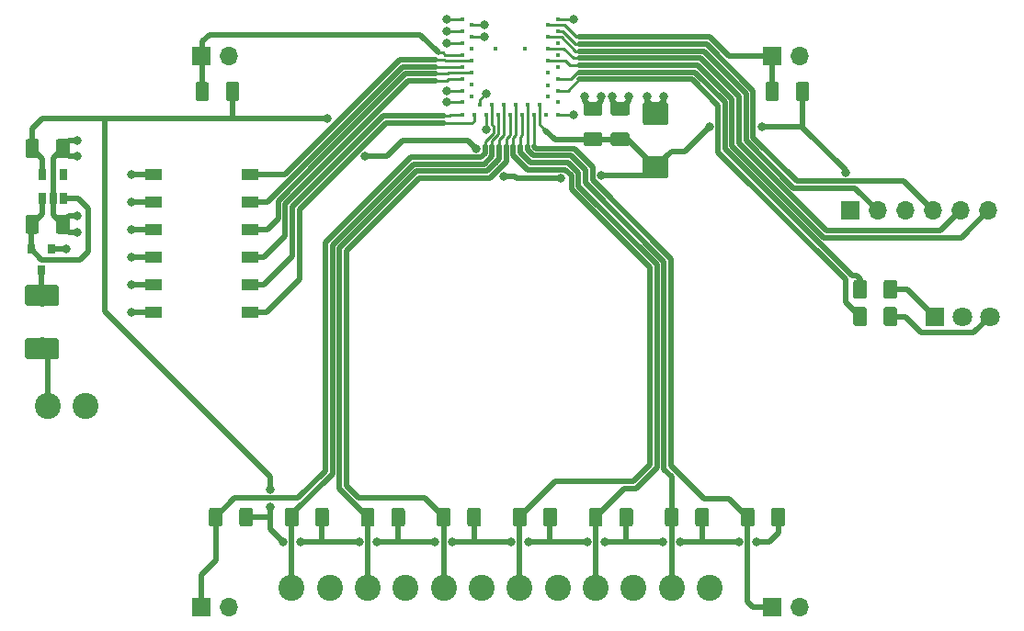
<source format=gbr>
G04 #@! TF.GenerationSoftware,KiCad,Pcbnew,(5.1.0)-1*
G04 #@! TF.CreationDate,2019-04-30T23:12:18+02:00*
G04 #@! TF.ProjectId,ArcJoy,4172634a-6f79-42e6-9b69-6361645f7063,1*
G04 #@! TF.SameCoordinates,Original*
G04 #@! TF.FileFunction,Copper,L1,Top*
G04 #@! TF.FilePolarity,Positive*
%FSLAX46Y46*%
G04 Gerber Fmt 4.6, Leading zero omitted, Abs format (unit mm)*
G04 Created by KiCad (PCBNEW (5.1.0)-1) date 2019-04-30 23:12:18*
%MOMM*%
%LPD*%
G04 APERTURE LIST*
%ADD10C,0.100000*%
%ADD11C,1.250000*%
%ADD12C,2.075000*%
%ADD13R,1.500000X1.100000*%
%ADD14C,2.000000*%
%ADD15R,0.800000X0.900000*%
%ADD16C,2.400000*%
%ADD17C,1.800000*%
%ADD18R,1.800000X1.800000*%
%ADD19O,1.700000X1.700000*%
%ADD20R,1.700000X1.700000*%
%ADD21R,0.650000X1.060000*%
%ADD22R,0.398780X0.398780*%
%ADD23C,0.800000*%
%ADD24C,0.250000*%
%ADD25C,0.500000*%
G04 APERTURE END LIST*
D10*
G36*
X136649504Y-60226204D02*
G01*
X136673773Y-60229804D01*
X136697571Y-60235765D01*
X136720671Y-60244030D01*
X136742849Y-60254520D01*
X136763893Y-60267133D01*
X136783598Y-60281747D01*
X136801777Y-60298223D01*
X136818253Y-60316402D01*
X136832867Y-60336107D01*
X136845480Y-60357151D01*
X136855970Y-60379329D01*
X136864235Y-60402429D01*
X136870196Y-60426227D01*
X136873796Y-60450496D01*
X136875000Y-60475000D01*
X136875000Y-61225000D01*
X136873796Y-61249504D01*
X136870196Y-61273773D01*
X136864235Y-61297571D01*
X136855970Y-61320671D01*
X136845480Y-61342849D01*
X136832867Y-61363893D01*
X136818253Y-61383598D01*
X136801777Y-61401777D01*
X136783598Y-61418253D01*
X136763893Y-61432867D01*
X136742849Y-61445480D01*
X136720671Y-61455970D01*
X136697571Y-61464235D01*
X136673773Y-61470196D01*
X136649504Y-61473796D01*
X136625000Y-61475000D01*
X135375000Y-61475000D01*
X135350496Y-61473796D01*
X135326227Y-61470196D01*
X135302429Y-61464235D01*
X135279329Y-61455970D01*
X135257151Y-61445480D01*
X135236107Y-61432867D01*
X135216402Y-61418253D01*
X135198223Y-61401777D01*
X135181747Y-61383598D01*
X135167133Y-61363893D01*
X135154520Y-61342849D01*
X135144030Y-61320671D01*
X135135765Y-61297571D01*
X135129804Y-61273773D01*
X135126204Y-61249504D01*
X135125000Y-61225000D01*
X135125000Y-60475000D01*
X135126204Y-60450496D01*
X135129804Y-60426227D01*
X135135765Y-60402429D01*
X135144030Y-60379329D01*
X135154520Y-60357151D01*
X135167133Y-60336107D01*
X135181747Y-60316402D01*
X135198223Y-60298223D01*
X135216402Y-60281747D01*
X135236107Y-60267133D01*
X135257151Y-60254520D01*
X135279329Y-60244030D01*
X135302429Y-60235765D01*
X135326227Y-60229804D01*
X135350496Y-60226204D01*
X135375000Y-60225000D01*
X136625000Y-60225000D01*
X136649504Y-60226204D01*
X136649504Y-60226204D01*
G37*
D11*
X136000000Y-60850000D03*
D10*
G36*
X136649504Y-63026204D02*
G01*
X136673773Y-63029804D01*
X136697571Y-63035765D01*
X136720671Y-63044030D01*
X136742849Y-63054520D01*
X136763893Y-63067133D01*
X136783598Y-63081747D01*
X136801777Y-63098223D01*
X136818253Y-63116402D01*
X136832867Y-63136107D01*
X136845480Y-63157151D01*
X136855970Y-63179329D01*
X136864235Y-63202429D01*
X136870196Y-63226227D01*
X136873796Y-63250496D01*
X136875000Y-63275000D01*
X136875000Y-64025000D01*
X136873796Y-64049504D01*
X136870196Y-64073773D01*
X136864235Y-64097571D01*
X136855970Y-64120671D01*
X136845480Y-64142849D01*
X136832867Y-64163893D01*
X136818253Y-64183598D01*
X136801777Y-64201777D01*
X136783598Y-64218253D01*
X136763893Y-64232867D01*
X136742849Y-64245480D01*
X136720671Y-64255970D01*
X136697571Y-64264235D01*
X136673773Y-64270196D01*
X136649504Y-64273796D01*
X136625000Y-64275000D01*
X135375000Y-64275000D01*
X135350496Y-64273796D01*
X135326227Y-64270196D01*
X135302429Y-64264235D01*
X135279329Y-64255970D01*
X135257151Y-64245480D01*
X135236107Y-64232867D01*
X135216402Y-64218253D01*
X135198223Y-64201777D01*
X135181747Y-64183598D01*
X135167133Y-64163893D01*
X135154520Y-64142849D01*
X135144030Y-64120671D01*
X135135765Y-64097571D01*
X135129804Y-64073773D01*
X135126204Y-64049504D01*
X135125000Y-64025000D01*
X135125000Y-63275000D01*
X135126204Y-63250496D01*
X135129804Y-63226227D01*
X135135765Y-63202429D01*
X135144030Y-63179329D01*
X135154520Y-63157151D01*
X135167133Y-63136107D01*
X135181747Y-63116402D01*
X135198223Y-63098223D01*
X135216402Y-63081747D01*
X135236107Y-63067133D01*
X135257151Y-63054520D01*
X135279329Y-63044030D01*
X135302429Y-63035765D01*
X135326227Y-63029804D01*
X135350496Y-63026204D01*
X135375000Y-63025000D01*
X136625000Y-63025000D01*
X136649504Y-63026204D01*
X136649504Y-63026204D01*
G37*
D11*
X136000000Y-63650000D03*
D10*
G36*
X142699504Y-60251204D02*
G01*
X142723773Y-60254804D01*
X142747571Y-60260765D01*
X142770671Y-60269030D01*
X142792849Y-60279520D01*
X142813893Y-60292133D01*
X142833598Y-60306747D01*
X142851777Y-60323223D01*
X142868253Y-60341402D01*
X142882867Y-60361107D01*
X142895480Y-60382151D01*
X142905970Y-60404329D01*
X142914235Y-60427429D01*
X142920196Y-60451227D01*
X142923796Y-60475496D01*
X142925000Y-60500000D01*
X142925000Y-62075000D01*
X142923796Y-62099504D01*
X142920196Y-62123773D01*
X142914235Y-62147571D01*
X142905970Y-62170671D01*
X142895480Y-62192849D01*
X142882867Y-62213893D01*
X142868253Y-62233598D01*
X142851777Y-62251777D01*
X142833598Y-62268253D01*
X142813893Y-62282867D01*
X142792849Y-62295480D01*
X142770671Y-62305970D01*
X142747571Y-62314235D01*
X142723773Y-62320196D01*
X142699504Y-62323796D01*
X142675000Y-62325000D01*
X140825000Y-62325000D01*
X140800496Y-62323796D01*
X140776227Y-62320196D01*
X140752429Y-62314235D01*
X140729329Y-62305970D01*
X140707151Y-62295480D01*
X140686107Y-62282867D01*
X140666402Y-62268253D01*
X140648223Y-62251777D01*
X140631747Y-62233598D01*
X140617133Y-62213893D01*
X140604520Y-62192849D01*
X140594030Y-62170671D01*
X140585765Y-62147571D01*
X140579804Y-62123773D01*
X140576204Y-62099504D01*
X140575000Y-62075000D01*
X140575000Y-60500000D01*
X140576204Y-60475496D01*
X140579804Y-60451227D01*
X140585765Y-60427429D01*
X140594030Y-60404329D01*
X140604520Y-60382151D01*
X140617133Y-60361107D01*
X140631747Y-60341402D01*
X140648223Y-60323223D01*
X140666402Y-60306747D01*
X140686107Y-60292133D01*
X140707151Y-60279520D01*
X140729329Y-60269030D01*
X140752429Y-60260765D01*
X140776227Y-60254804D01*
X140800496Y-60251204D01*
X140825000Y-60250000D01*
X142675000Y-60250000D01*
X142699504Y-60251204D01*
X142699504Y-60251204D01*
G37*
D12*
X141750000Y-61287500D03*
D10*
G36*
X142699504Y-65176204D02*
G01*
X142723773Y-65179804D01*
X142747571Y-65185765D01*
X142770671Y-65194030D01*
X142792849Y-65204520D01*
X142813893Y-65217133D01*
X142833598Y-65231747D01*
X142851777Y-65248223D01*
X142868253Y-65266402D01*
X142882867Y-65286107D01*
X142895480Y-65307151D01*
X142905970Y-65329329D01*
X142914235Y-65352429D01*
X142920196Y-65376227D01*
X142923796Y-65400496D01*
X142925000Y-65425000D01*
X142925000Y-67000000D01*
X142923796Y-67024504D01*
X142920196Y-67048773D01*
X142914235Y-67072571D01*
X142905970Y-67095671D01*
X142895480Y-67117849D01*
X142882867Y-67138893D01*
X142868253Y-67158598D01*
X142851777Y-67176777D01*
X142833598Y-67193253D01*
X142813893Y-67207867D01*
X142792849Y-67220480D01*
X142770671Y-67230970D01*
X142747571Y-67239235D01*
X142723773Y-67245196D01*
X142699504Y-67248796D01*
X142675000Y-67250000D01*
X140825000Y-67250000D01*
X140800496Y-67248796D01*
X140776227Y-67245196D01*
X140752429Y-67239235D01*
X140729329Y-67230970D01*
X140707151Y-67220480D01*
X140686107Y-67207867D01*
X140666402Y-67193253D01*
X140648223Y-67176777D01*
X140631747Y-67158598D01*
X140617133Y-67138893D01*
X140604520Y-67117849D01*
X140594030Y-67095671D01*
X140585765Y-67072571D01*
X140579804Y-67048773D01*
X140576204Y-67024504D01*
X140575000Y-67000000D01*
X140575000Y-65425000D01*
X140576204Y-65400496D01*
X140579804Y-65376227D01*
X140585765Y-65352429D01*
X140594030Y-65329329D01*
X140604520Y-65307151D01*
X140617133Y-65286107D01*
X140631747Y-65266402D01*
X140648223Y-65248223D01*
X140666402Y-65231747D01*
X140686107Y-65217133D01*
X140707151Y-65204520D01*
X140729329Y-65194030D01*
X140752429Y-65185765D01*
X140776227Y-65179804D01*
X140800496Y-65176204D01*
X140825000Y-65175000D01*
X142675000Y-65175000D01*
X142699504Y-65176204D01*
X142699504Y-65176204D01*
G37*
D12*
X141750000Y-66212500D03*
D10*
G36*
X139149504Y-60226204D02*
G01*
X139173773Y-60229804D01*
X139197571Y-60235765D01*
X139220671Y-60244030D01*
X139242849Y-60254520D01*
X139263893Y-60267133D01*
X139283598Y-60281747D01*
X139301777Y-60298223D01*
X139318253Y-60316402D01*
X139332867Y-60336107D01*
X139345480Y-60357151D01*
X139355970Y-60379329D01*
X139364235Y-60402429D01*
X139370196Y-60426227D01*
X139373796Y-60450496D01*
X139375000Y-60475000D01*
X139375000Y-61225000D01*
X139373796Y-61249504D01*
X139370196Y-61273773D01*
X139364235Y-61297571D01*
X139355970Y-61320671D01*
X139345480Y-61342849D01*
X139332867Y-61363893D01*
X139318253Y-61383598D01*
X139301777Y-61401777D01*
X139283598Y-61418253D01*
X139263893Y-61432867D01*
X139242849Y-61445480D01*
X139220671Y-61455970D01*
X139197571Y-61464235D01*
X139173773Y-61470196D01*
X139149504Y-61473796D01*
X139125000Y-61475000D01*
X137875000Y-61475000D01*
X137850496Y-61473796D01*
X137826227Y-61470196D01*
X137802429Y-61464235D01*
X137779329Y-61455970D01*
X137757151Y-61445480D01*
X137736107Y-61432867D01*
X137716402Y-61418253D01*
X137698223Y-61401777D01*
X137681747Y-61383598D01*
X137667133Y-61363893D01*
X137654520Y-61342849D01*
X137644030Y-61320671D01*
X137635765Y-61297571D01*
X137629804Y-61273773D01*
X137626204Y-61249504D01*
X137625000Y-61225000D01*
X137625000Y-60475000D01*
X137626204Y-60450496D01*
X137629804Y-60426227D01*
X137635765Y-60402429D01*
X137644030Y-60379329D01*
X137654520Y-60357151D01*
X137667133Y-60336107D01*
X137681747Y-60316402D01*
X137698223Y-60298223D01*
X137716402Y-60281747D01*
X137736107Y-60267133D01*
X137757151Y-60254520D01*
X137779329Y-60244030D01*
X137802429Y-60235765D01*
X137826227Y-60229804D01*
X137850496Y-60226204D01*
X137875000Y-60225000D01*
X139125000Y-60225000D01*
X139149504Y-60226204D01*
X139149504Y-60226204D01*
G37*
D11*
X138500000Y-60850000D03*
D10*
G36*
X139149504Y-63026204D02*
G01*
X139173773Y-63029804D01*
X139197571Y-63035765D01*
X139220671Y-63044030D01*
X139242849Y-63054520D01*
X139263893Y-63067133D01*
X139283598Y-63081747D01*
X139301777Y-63098223D01*
X139318253Y-63116402D01*
X139332867Y-63136107D01*
X139345480Y-63157151D01*
X139355970Y-63179329D01*
X139364235Y-63202429D01*
X139370196Y-63226227D01*
X139373796Y-63250496D01*
X139375000Y-63275000D01*
X139375000Y-64025000D01*
X139373796Y-64049504D01*
X139370196Y-64073773D01*
X139364235Y-64097571D01*
X139355970Y-64120671D01*
X139345480Y-64142849D01*
X139332867Y-64163893D01*
X139318253Y-64183598D01*
X139301777Y-64201777D01*
X139283598Y-64218253D01*
X139263893Y-64232867D01*
X139242849Y-64245480D01*
X139220671Y-64255970D01*
X139197571Y-64264235D01*
X139173773Y-64270196D01*
X139149504Y-64273796D01*
X139125000Y-64275000D01*
X137875000Y-64275000D01*
X137850496Y-64273796D01*
X137826227Y-64270196D01*
X137802429Y-64264235D01*
X137779329Y-64255970D01*
X137757151Y-64245480D01*
X137736107Y-64232867D01*
X137716402Y-64218253D01*
X137698223Y-64201777D01*
X137681747Y-64183598D01*
X137667133Y-64163893D01*
X137654520Y-64142849D01*
X137644030Y-64120671D01*
X137635765Y-64097571D01*
X137629804Y-64073773D01*
X137626204Y-64049504D01*
X137625000Y-64025000D01*
X137625000Y-63275000D01*
X137626204Y-63250496D01*
X137629804Y-63226227D01*
X137635765Y-63202429D01*
X137644030Y-63179329D01*
X137654520Y-63157151D01*
X137667133Y-63136107D01*
X137681747Y-63116402D01*
X137698223Y-63098223D01*
X137716402Y-63081747D01*
X137736107Y-63067133D01*
X137757151Y-63054520D01*
X137779329Y-63044030D01*
X137802429Y-63035765D01*
X137826227Y-63029804D01*
X137850496Y-63026204D01*
X137875000Y-63025000D01*
X139125000Y-63025000D01*
X139149504Y-63026204D01*
X139149504Y-63026204D01*
G37*
D11*
X138500000Y-63650000D03*
D13*
X104450000Y-66900000D03*
X95550000Y-79600000D03*
X104450000Y-69440000D03*
X95550000Y-77060000D03*
X104450000Y-71980000D03*
X95550000Y-74520000D03*
X104450000Y-74520000D03*
X95550000Y-71980000D03*
X104450000Y-77060000D03*
X95550000Y-69440000D03*
X104450000Y-79600000D03*
X95550000Y-66900000D03*
D10*
G36*
X86491266Y-77051782D02*
G01*
X86527183Y-77057109D01*
X86562405Y-77065932D01*
X86596593Y-77078165D01*
X86629417Y-77093689D01*
X86660561Y-77112356D01*
X86689726Y-77133986D01*
X86716630Y-77158370D01*
X86741014Y-77185274D01*
X86762644Y-77214439D01*
X86781311Y-77245583D01*
X86796835Y-77278407D01*
X86809068Y-77312595D01*
X86817891Y-77347817D01*
X86823218Y-77383734D01*
X86825000Y-77420000D01*
X86825000Y-78680000D01*
X86823218Y-78716266D01*
X86817891Y-78752183D01*
X86809068Y-78787405D01*
X86796835Y-78821593D01*
X86781311Y-78854417D01*
X86762644Y-78885561D01*
X86741014Y-78914726D01*
X86716630Y-78941630D01*
X86689726Y-78966014D01*
X86660561Y-78987644D01*
X86629417Y-79006311D01*
X86596593Y-79021835D01*
X86562405Y-79034068D01*
X86527183Y-79042891D01*
X86491266Y-79048218D01*
X86455000Y-79050000D01*
X84045000Y-79050000D01*
X84008734Y-79048218D01*
X83972817Y-79042891D01*
X83937595Y-79034068D01*
X83903407Y-79021835D01*
X83870583Y-79006311D01*
X83839439Y-78987644D01*
X83810274Y-78966014D01*
X83783370Y-78941630D01*
X83758986Y-78914726D01*
X83737356Y-78885561D01*
X83718689Y-78854417D01*
X83703165Y-78821593D01*
X83690932Y-78787405D01*
X83682109Y-78752183D01*
X83676782Y-78716266D01*
X83675000Y-78680000D01*
X83675000Y-77420000D01*
X83676782Y-77383734D01*
X83682109Y-77347817D01*
X83690932Y-77312595D01*
X83703165Y-77278407D01*
X83718689Y-77245583D01*
X83737356Y-77214439D01*
X83758986Y-77185274D01*
X83783370Y-77158370D01*
X83810274Y-77133986D01*
X83839439Y-77112356D01*
X83870583Y-77093689D01*
X83903407Y-77078165D01*
X83937595Y-77065932D01*
X83972817Y-77057109D01*
X84008734Y-77051782D01*
X84045000Y-77050000D01*
X86455000Y-77050000D01*
X86491266Y-77051782D01*
X86491266Y-77051782D01*
G37*
D14*
X85250000Y-78050000D03*
D10*
G36*
X86491266Y-81951782D02*
G01*
X86527183Y-81957109D01*
X86562405Y-81965932D01*
X86596593Y-81978165D01*
X86629417Y-81993689D01*
X86660561Y-82012356D01*
X86689726Y-82033986D01*
X86716630Y-82058370D01*
X86741014Y-82085274D01*
X86762644Y-82114439D01*
X86781311Y-82145583D01*
X86796835Y-82178407D01*
X86809068Y-82212595D01*
X86817891Y-82247817D01*
X86823218Y-82283734D01*
X86825000Y-82320000D01*
X86825000Y-83580000D01*
X86823218Y-83616266D01*
X86817891Y-83652183D01*
X86809068Y-83687405D01*
X86796835Y-83721593D01*
X86781311Y-83754417D01*
X86762644Y-83785561D01*
X86741014Y-83814726D01*
X86716630Y-83841630D01*
X86689726Y-83866014D01*
X86660561Y-83887644D01*
X86629417Y-83906311D01*
X86596593Y-83921835D01*
X86562405Y-83934068D01*
X86527183Y-83942891D01*
X86491266Y-83948218D01*
X86455000Y-83950000D01*
X84045000Y-83950000D01*
X84008734Y-83948218D01*
X83972817Y-83942891D01*
X83937595Y-83934068D01*
X83903407Y-83921835D01*
X83870583Y-83906311D01*
X83839439Y-83887644D01*
X83810274Y-83866014D01*
X83783370Y-83841630D01*
X83758986Y-83814726D01*
X83737356Y-83785561D01*
X83718689Y-83754417D01*
X83703165Y-83721593D01*
X83690932Y-83687405D01*
X83682109Y-83652183D01*
X83676782Y-83616266D01*
X83675000Y-83580000D01*
X83675000Y-82320000D01*
X83676782Y-82283734D01*
X83682109Y-82247817D01*
X83690932Y-82212595D01*
X83703165Y-82178407D01*
X83718689Y-82145583D01*
X83737356Y-82114439D01*
X83758986Y-82085274D01*
X83783370Y-82058370D01*
X83810274Y-82033986D01*
X83839439Y-82012356D01*
X83870583Y-81993689D01*
X83903407Y-81978165D01*
X83937595Y-81965932D01*
X83972817Y-81957109D01*
X84008734Y-81951782D01*
X84045000Y-81950000D01*
X86455000Y-81950000D01*
X86491266Y-81951782D01*
X86491266Y-81951782D01*
G37*
D14*
X85250000Y-82950000D03*
D15*
X85200000Y-75750000D03*
X84250000Y-73750000D03*
X86150000Y-73750000D03*
D16*
X89250000Y-88250000D03*
X85750000Y-88250000D03*
D10*
G36*
X160999504Y-79126204D02*
G01*
X161023773Y-79129804D01*
X161047571Y-79135765D01*
X161070671Y-79144030D01*
X161092849Y-79154520D01*
X161113893Y-79167133D01*
X161133598Y-79181747D01*
X161151777Y-79198223D01*
X161168253Y-79216402D01*
X161182867Y-79236107D01*
X161195480Y-79257151D01*
X161205970Y-79279329D01*
X161214235Y-79302429D01*
X161220196Y-79326227D01*
X161223796Y-79350496D01*
X161225000Y-79375000D01*
X161225000Y-80625000D01*
X161223796Y-80649504D01*
X161220196Y-80673773D01*
X161214235Y-80697571D01*
X161205970Y-80720671D01*
X161195480Y-80742849D01*
X161182867Y-80763893D01*
X161168253Y-80783598D01*
X161151777Y-80801777D01*
X161133598Y-80818253D01*
X161113893Y-80832867D01*
X161092849Y-80845480D01*
X161070671Y-80855970D01*
X161047571Y-80864235D01*
X161023773Y-80870196D01*
X160999504Y-80873796D01*
X160975000Y-80875000D01*
X160225000Y-80875000D01*
X160200496Y-80873796D01*
X160176227Y-80870196D01*
X160152429Y-80864235D01*
X160129329Y-80855970D01*
X160107151Y-80845480D01*
X160086107Y-80832867D01*
X160066402Y-80818253D01*
X160048223Y-80801777D01*
X160031747Y-80783598D01*
X160017133Y-80763893D01*
X160004520Y-80742849D01*
X159994030Y-80720671D01*
X159985765Y-80697571D01*
X159979804Y-80673773D01*
X159976204Y-80649504D01*
X159975000Y-80625000D01*
X159975000Y-79375000D01*
X159976204Y-79350496D01*
X159979804Y-79326227D01*
X159985765Y-79302429D01*
X159994030Y-79279329D01*
X160004520Y-79257151D01*
X160017133Y-79236107D01*
X160031747Y-79216402D01*
X160048223Y-79198223D01*
X160066402Y-79181747D01*
X160086107Y-79167133D01*
X160107151Y-79154520D01*
X160129329Y-79144030D01*
X160152429Y-79135765D01*
X160176227Y-79129804D01*
X160200496Y-79126204D01*
X160225000Y-79125000D01*
X160975000Y-79125000D01*
X160999504Y-79126204D01*
X160999504Y-79126204D01*
G37*
D11*
X160600000Y-80000000D03*
D10*
G36*
X163799504Y-79126204D02*
G01*
X163823773Y-79129804D01*
X163847571Y-79135765D01*
X163870671Y-79144030D01*
X163892849Y-79154520D01*
X163913893Y-79167133D01*
X163933598Y-79181747D01*
X163951777Y-79198223D01*
X163968253Y-79216402D01*
X163982867Y-79236107D01*
X163995480Y-79257151D01*
X164005970Y-79279329D01*
X164014235Y-79302429D01*
X164020196Y-79326227D01*
X164023796Y-79350496D01*
X164025000Y-79375000D01*
X164025000Y-80625000D01*
X164023796Y-80649504D01*
X164020196Y-80673773D01*
X164014235Y-80697571D01*
X164005970Y-80720671D01*
X163995480Y-80742849D01*
X163982867Y-80763893D01*
X163968253Y-80783598D01*
X163951777Y-80801777D01*
X163933598Y-80818253D01*
X163913893Y-80832867D01*
X163892849Y-80845480D01*
X163870671Y-80855970D01*
X163847571Y-80864235D01*
X163823773Y-80870196D01*
X163799504Y-80873796D01*
X163775000Y-80875000D01*
X163025000Y-80875000D01*
X163000496Y-80873796D01*
X162976227Y-80870196D01*
X162952429Y-80864235D01*
X162929329Y-80855970D01*
X162907151Y-80845480D01*
X162886107Y-80832867D01*
X162866402Y-80818253D01*
X162848223Y-80801777D01*
X162831747Y-80783598D01*
X162817133Y-80763893D01*
X162804520Y-80742849D01*
X162794030Y-80720671D01*
X162785765Y-80697571D01*
X162779804Y-80673773D01*
X162776204Y-80649504D01*
X162775000Y-80625000D01*
X162775000Y-79375000D01*
X162776204Y-79350496D01*
X162779804Y-79326227D01*
X162785765Y-79302429D01*
X162794030Y-79279329D01*
X162804520Y-79257151D01*
X162817133Y-79236107D01*
X162831747Y-79216402D01*
X162848223Y-79198223D01*
X162866402Y-79181747D01*
X162886107Y-79167133D01*
X162907151Y-79154520D01*
X162929329Y-79144030D01*
X162952429Y-79135765D01*
X162976227Y-79129804D01*
X163000496Y-79126204D01*
X163025000Y-79125000D01*
X163775000Y-79125000D01*
X163799504Y-79126204D01*
X163799504Y-79126204D01*
G37*
D11*
X163400000Y-80000000D03*
D10*
G36*
X160999504Y-76626204D02*
G01*
X161023773Y-76629804D01*
X161047571Y-76635765D01*
X161070671Y-76644030D01*
X161092849Y-76654520D01*
X161113893Y-76667133D01*
X161133598Y-76681747D01*
X161151777Y-76698223D01*
X161168253Y-76716402D01*
X161182867Y-76736107D01*
X161195480Y-76757151D01*
X161205970Y-76779329D01*
X161214235Y-76802429D01*
X161220196Y-76826227D01*
X161223796Y-76850496D01*
X161225000Y-76875000D01*
X161225000Y-78125000D01*
X161223796Y-78149504D01*
X161220196Y-78173773D01*
X161214235Y-78197571D01*
X161205970Y-78220671D01*
X161195480Y-78242849D01*
X161182867Y-78263893D01*
X161168253Y-78283598D01*
X161151777Y-78301777D01*
X161133598Y-78318253D01*
X161113893Y-78332867D01*
X161092849Y-78345480D01*
X161070671Y-78355970D01*
X161047571Y-78364235D01*
X161023773Y-78370196D01*
X160999504Y-78373796D01*
X160975000Y-78375000D01*
X160225000Y-78375000D01*
X160200496Y-78373796D01*
X160176227Y-78370196D01*
X160152429Y-78364235D01*
X160129329Y-78355970D01*
X160107151Y-78345480D01*
X160086107Y-78332867D01*
X160066402Y-78318253D01*
X160048223Y-78301777D01*
X160031747Y-78283598D01*
X160017133Y-78263893D01*
X160004520Y-78242849D01*
X159994030Y-78220671D01*
X159985765Y-78197571D01*
X159979804Y-78173773D01*
X159976204Y-78149504D01*
X159975000Y-78125000D01*
X159975000Y-76875000D01*
X159976204Y-76850496D01*
X159979804Y-76826227D01*
X159985765Y-76802429D01*
X159994030Y-76779329D01*
X160004520Y-76757151D01*
X160017133Y-76736107D01*
X160031747Y-76716402D01*
X160048223Y-76698223D01*
X160066402Y-76681747D01*
X160086107Y-76667133D01*
X160107151Y-76654520D01*
X160129329Y-76644030D01*
X160152429Y-76635765D01*
X160176227Y-76629804D01*
X160200496Y-76626204D01*
X160225000Y-76625000D01*
X160975000Y-76625000D01*
X160999504Y-76626204D01*
X160999504Y-76626204D01*
G37*
D11*
X160600000Y-77500000D03*
D10*
G36*
X163799504Y-76626204D02*
G01*
X163823773Y-76629804D01*
X163847571Y-76635765D01*
X163870671Y-76644030D01*
X163892849Y-76654520D01*
X163913893Y-76667133D01*
X163933598Y-76681747D01*
X163951777Y-76698223D01*
X163968253Y-76716402D01*
X163982867Y-76736107D01*
X163995480Y-76757151D01*
X164005970Y-76779329D01*
X164014235Y-76802429D01*
X164020196Y-76826227D01*
X164023796Y-76850496D01*
X164025000Y-76875000D01*
X164025000Y-78125000D01*
X164023796Y-78149504D01*
X164020196Y-78173773D01*
X164014235Y-78197571D01*
X164005970Y-78220671D01*
X163995480Y-78242849D01*
X163982867Y-78263893D01*
X163968253Y-78283598D01*
X163951777Y-78301777D01*
X163933598Y-78318253D01*
X163913893Y-78332867D01*
X163892849Y-78345480D01*
X163870671Y-78355970D01*
X163847571Y-78364235D01*
X163823773Y-78370196D01*
X163799504Y-78373796D01*
X163775000Y-78375000D01*
X163025000Y-78375000D01*
X163000496Y-78373796D01*
X162976227Y-78370196D01*
X162952429Y-78364235D01*
X162929329Y-78355970D01*
X162907151Y-78345480D01*
X162886107Y-78332867D01*
X162866402Y-78318253D01*
X162848223Y-78301777D01*
X162831747Y-78283598D01*
X162817133Y-78263893D01*
X162804520Y-78242849D01*
X162794030Y-78220671D01*
X162785765Y-78197571D01*
X162779804Y-78173773D01*
X162776204Y-78149504D01*
X162775000Y-78125000D01*
X162775000Y-76875000D01*
X162776204Y-76850496D01*
X162779804Y-76826227D01*
X162785765Y-76802429D01*
X162794030Y-76779329D01*
X162804520Y-76757151D01*
X162817133Y-76736107D01*
X162831747Y-76716402D01*
X162848223Y-76698223D01*
X162866402Y-76681747D01*
X162886107Y-76667133D01*
X162907151Y-76654520D01*
X162929329Y-76644030D01*
X162952429Y-76635765D01*
X162976227Y-76629804D01*
X163000496Y-76626204D01*
X163025000Y-76625000D01*
X163775000Y-76625000D01*
X163799504Y-76626204D01*
X163799504Y-76626204D01*
G37*
D11*
X163400000Y-77500000D03*
D17*
X172540000Y-80000000D03*
X170000000Y-80000000D03*
D18*
X167460000Y-80000000D03*
D16*
X125750000Y-105000000D03*
X122250000Y-105000000D03*
D10*
G36*
X136649504Y-97626204D02*
G01*
X136673773Y-97629804D01*
X136697571Y-97635765D01*
X136720671Y-97644030D01*
X136742849Y-97654520D01*
X136763893Y-97667133D01*
X136783598Y-97681747D01*
X136801777Y-97698223D01*
X136818253Y-97716402D01*
X136832867Y-97736107D01*
X136845480Y-97757151D01*
X136855970Y-97779329D01*
X136864235Y-97802429D01*
X136870196Y-97826227D01*
X136873796Y-97850496D01*
X136875000Y-97875000D01*
X136875000Y-99125000D01*
X136873796Y-99149504D01*
X136870196Y-99173773D01*
X136864235Y-99197571D01*
X136855970Y-99220671D01*
X136845480Y-99242849D01*
X136832867Y-99263893D01*
X136818253Y-99283598D01*
X136801777Y-99301777D01*
X136783598Y-99318253D01*
X136763893Y-99332867D01*
X136742849Y-99345480D01*
X136720671Y-99355970D01*
X136697571Y-99364235D01*
X136673773Y-99370196D01*
X136649504Y-99373796D01*
X136625000Y-99375000D01*
X135875000Y-99375000D01*
X135850496Y-99373796D01*
X135826227Y-99370196D01*
X135802429Y-99364235D01*
X135779329Y-99355970D01*
X135757151Y-99345480D01*
X135736107Y-99332867D01*
X135716402Y-99318253D01*
X135698223Y-99301777D01*
X135681747Y-99283598D01*
X135667133Y-99263893D01*
X135654520Y-99242849D01*
X135644030Y-99220671D01*
X135635765Y-99197571D01*
X135629804Y-99173773D01*
X135626204Y-99149504D01*
X135625000Y-99125000D01*
X135625000Y-97875000D01*
X135626204Y-97850496D01*
X135629804Y-97826227D01*
X135635765Y-97802429D01*
X135644030Y-97779329D01*
X135654520Y-97757151D01*
X135667133Y-97736107D01*
X135681747Y-97716402D01*
X135698223Y-97698223D01*
X135716402Y-97681747D01*
X135736107Y-97667133D01*
X135757151Y-97654520D01*
X135779329Y-97644030D01*
X135802429Y-97635765D01*
X135826227Y-97629804D01*
X135850496Y-97626204D01*
X135875000Y-97625000D01*
X136625000Y-97625000D01*
X136649504Y-97626204D01*
X136649504Y-97626204D01*
G37*
D11*
X136250000Y-98500000D03*
D10*
G36*
X139449504Y-97626204D02*
G01*
X139473773Y-97629804D01*
X139497571Y-97635765D01*
X139520671Y-97644030D01*
X139542849Y-97654520D01*
X139563893Y-97667133D01*
X139583598Y-97681747D01*
X139601777Y-97698223D01*
X139618253Y-97716402D01*
X139632867Y-97736107D01*
X139645480Y-97757151D01*
X139655970Y-97779329D01*
X139664235Y-97802429D01*
X139670196Y-97826227D01*
X139673796Y-97850496D01*
X139675000Y-97875000D01*
X139675000Y-99125000D01*
X139673796Y-99149504D01*
X139670196Y-99173773D01*
X139664235Y-99197571D01*
X139655970Y-99220671D01*
X139645480Y-99242849D01*
X139632867Y-99263893D01*
X139618253Y-99283598D01*
X139601777Y-99301777D01*
X139583598Y-99318253D01*
X139563893Y-99332867D01*
X139542849Y-99345480D01*
X139520671Y-99355970D01*
X139497571Y-99364235D01*
X139473773Y-99370196D01*
X139449504Y-99373796D01*
X139425000Y-99375000D01*
X138675000Y-99375000D01*
X138650496Y-99373796D01*
X138626227Y-99370196D01*
X138602429Y-99364235D01*
X138579329Y-99355970D01*
X138557151Y-99345480D01*
X138536107Y-99332867D01*
X138516402Y-99318253D01*
X138498223Y-99301777D01*
X138481747Y-99283598D01*
X138467133Y-99263893D01*
X138454520Y-99242849D01*
X138444030Y-99220671D01*
X138435765Y-99197571D01*
X138429804Y-99173773D01*
X138426204Y-99149504D01*
X138425000Y-99125000D01*
X138425000Y-97875000D01*
X138426204Y-97850496D01*
X138429804Y-97826227D01*
X138435765Y-97802429D01*
X138444030Y-97779329D01*
X138454520Y-97757151D01*
X138467133Y-97736107D01*
X138481747Y-97716402D01*
X138498223Y-97698223D01*
X138516402Y-97681747D01*
X138536107Y-97667133D01*
X138557151Y-97654520D01*
X138579329Y-97644030D01*
X138602429Y-97635765D01*
X138626227Y-97629804D01*
X138650496Y-97626204D01*
X138675000Y-97625000D01*
X139425000Y-97625000D01*
X139449504Y-97626204D01*
X139449504Y-97626204D01*
G37*
D11*
X139050000Y-98500000D03*
D10*
G36*
X152899504Y-58376204D02*
G01*
X152923773Y-58379804D01*
X152947571Y-58385765D01*
X152970671Y-58394030D01*
X152992849Y-58404520D01*
X153013893Y-58417133D01*
X153033598Y-58431747D01*
X153051777Y-58448223D01*
X153068253Y-58466402D01*
X153082867Y-58486107D01*
X153095480Y-58507151D01*
X153105970Y-58529329D01*
X153114235Y-58552429D01*
X153120196Y-58576227D01*
X153123796Y-58600496D01*
X153125000Y-58625000D01*
X153125000Y-59875000D01*
X153123796Y-59899504D01*
X153120196Y-59923773D01*
X153114235Y-59947571D01*
X153105970Y-59970671D01*
X153095480Y-59992849D01*
X153082867Y-60013893D01*
X153068253Y-60033598D01*
X153051777Y-60051777D01*
X153033598Y-60068253D01*
X153013893Y-60082867D01*
X152992849Y-60095480D01*
X152970671Y-60105970D01*
X152947571Y-60114235D01*
X152923773Y-60120196D01*
X152899504Y-60123796D01*
X152875000Y-60125000D01*
X152125000Y-60125000D01*
X152100496Y-60123796D01*
X152076227Y-60120196D01*
X152052429Y-60114235D01*
X152029329Y-60105970D01*
X152007151Y-60095480D01*
X151986107Y-60082867D01*
X151966402Y-60068253D01*
X151948223Y-60051777D01*
X151931747Y-60033598D01*
X151917133Y-60013893D01*
X151904520Y-59992849D01*
X151894030Y-59970671D01*
X151885765Y-59947571D01*
X151879804Y-59923773D01*
X151876204Y-59899504D01*
X151875000Y-59875000D01*
X151875000Y-58625000D01*
X151876204Y-58600496D01*
X151879804Y-58576227D01*
X151885765Y-58552429D01*
X151894030Y-58529329D01*
X151904520Y-58507151D01*
X151917133Y-58486107D01*
X151931747Y-58466402D01*
X151948223Y-58448223D01*
X151966402Y-58431747D01*
X151986107Y-58417133D01*
X152007151Y-58404520D01*
X152029329Y-58394030D01*
X152052429Y-58385765D01*
X152076227Y-58379804D01*
X152100496Y-58376204D01*
X152125000Y-58375000D01*
X152875000Y-58375000D01*
X152899504Y-58376204D01*
X152899504Y-58376204D01*
G37*
D11*
X152500000Y-59250000D03*
D10*
G36*
X155699504Y-58376204D02*
G01*
X155723773Y-58379804D01*
X155747571Y-58385765D01*
X155770671Y-58394030D01*
X155792849Y-58404520D01*
X155813893Y-58417133D01*
X155833598Y-58431747D01*
X155851777Y-58448223D01*
X155868253Y-58466402D01*
X155882867Y-58486107D01*
X155895480Y-58507151D01*
X155905970Y-58529329D01*
X155914235Y-58552429D01*
X155920196Y-58576227D01*
X155923796Y-58600496D01*
X155925000Y-58625000D01*
X155925000Y-59875000D01*
X155923796Y-59899504D01*
X155920196Y-59923773D01*
X155914235Y-59947571D01*
X155905970Y-59970671D01*
X155895480Y-59992849D01*
X155882867Y-60013893D01*
X155868253Y-60033598D01*
X155851777Y-60051777D01*
X155833598Y-60068253D01*
X155813893Y-60082867D01*
X155792849Y-60095480D01*
X155770671Y-60105970D01*
X155747571Y-60114235D01*
X155723773Y-60120196D01*
X155699504Y-60123796D01*
X155675000Y-60125000D01*
X154925000Y-60125000D01*
X154900496Y-60123796D01*
X154876227Y-60120196D01*
X154852429Y-60114235D01*
X154829329Y-60105970D01*
X154807151Y-60095480D01*
X154786107Y-60082867D01*
X154766402Y-60068253D01*
X154748223Y-60051777D01*
X154731747Y-60033598D01*
X154717133Y-60013893D01*
X154704520Y-59992849D01*
X154694030Y-59970671D01*
X154685765Y-59947571D01*
X154679804Y-59923773D01*
X154676204Y-59899504D01*
X154675000Y-59875000D01*
X154675000Y-58625000D01*
X154676204Y-58600496D01*
X154679804Y-58576227D01*
X154685765Y-58552429D01*
X154694030Y-58529329D01*
X154704520Y-58507151D01*
X154717133Y-58486107D01*
X154731747Y-58466402D01*
X154748223Y-58448223D01*
X154766402Y-58431747D01*
X154786107Y-58417133D01*
X154807151Y-58404520D01*
X154829329Y-58394030D01*
X154852429Y-58385765D01*
X154876227Y-58379804D01*
X154900496Y-58376204D01*
X154925000Y-58375000D01*
X155675000Y-58375000D01*
X155699504Y-58376204D01*
X155699504Y-58376204D01*
G37*
D11*
X155300000Y-59250000D03*
D10*
G36*
X100399504Y-58376204D02*
G01*
X100423773Y-58379804D01*
X100447571Y-58385765D01*
X100470671Y-58394030D01*
X100492849Y-58404520D01*
X100513893Y-58417133D01*
X100533598Y-58431747D01*
X100551777Y-58448223D01*
X100568253Y-58466402D01*
X100582867Y-58486107D01*
X100595480Y-58507151D01*
X100605970Y-58529329D01*
X100614235Y-58552429D01*
X100620196Y-58576227D01*
X100623796Y-58600496D01*
X100625000Y-58625000D01*
X100625000Y-59875000D01*
X100623796Y-59899504D01*
X100620196Y-59923773D01*
X100614235Y-59947571D01*
X100605970Y-59970671D01*
X100595480Y-59992849D01*
X100582867Y-60013893D01*
X100568253Y-60033598D01*
X100551777Y-60051777D01*
X100533598Y-60068253D01*
X100513893Y-60082867D01*
X100492849Y-60095480D01*
X100470671Y-60105970D01*
X100447571Y-60114235D01*
X100423773Y-60120196D01*
X100399504Y-60123796D01*
X100375000Y-60125000D01*
X99625000Y-60125000D01*
X99600496Y-60123796D01*
X99576227Y-60120196D01*
X99552429Y-60114235D01*
X99529329Y-60105970D01*
X99507151Y-60095480D01*
X99486107Y-60082867D01*
X99466402Y-60068253D01*
X99448223Y-60051777D01*
X99431747Y-60033598D01*
X99417133Y-60013893D01*
X99404520Y-59992849D01*
X99394030Y-59970671D01*
X99385765Y-59947571D01*
X99379804Y-59923773D01*
X99376204Y-59899504D01*
X99375000Y-59875000D01*
X99375000Y-58625000D01*
X99376204Y-58600496D01*
X99379804Y-58576227D01*
X99385765Y-58552429D01*
X99394030Y-58529329D01*
X99404520Y-58507151D01*
X99417133Y-58486107D01*
X99431747Y-58466402D01*
X99448223Y-58448223D01*
X99466402Y-58431747D01*
X99486107Y-58417133D01*
X99507151Y-58404520D01*
X99529329Y-58394030D01*
X99552429Y-58385765D01*
X99576227Y-58379804D01*
X99600496Y-58376204D01*
X99625000Y-58375000D01*
X100375000Y-58375000D01*
X100399504Y-58376204D01*
X100399504Y-58376204D01*
G37*
D11*
X100000000Y-59250000D03*
D10*
G36*
X103199504Y-58376204D02*
G01*
X103223773Y-58379804D01*
X103247571Y-58385765D01*
X103270671Y-58394030D01*
X103292849Y-58404520D01*
X103313893Y-58417133D01*
X103333598Y-58431747D01*
X103351777Y-58448223D01*
X103368253Y-58466402D01*
X103382867Y-58486107D01*
X103395480Y-58507151D01*
X103405970Y-58529329D01*
X103414235Y-58552429D01*
X103420196Y-58576227D01*
X103423796Y-58600496D01*
X103425000Y-58625000D01*
X103425000Y-59875000D01*
X103423796Y-59899504D01*
X103420196Y-59923773D01*
X103414235Y-59947571D01*
X103405970Y-59970671D01*
X103395480Y-59992849D01*
X103382867Y-60013893D01*
X103368253Y-60033598D01*
X103351777Y-60051777D01*
X103333598Y-60068253D01*
X103313893Y-60082867D01*
X103292849Y-60095480D01*
X103270671Y-60105970D01*
X103247571Y-60114235D01*
X103223773Y-60120196D01*
X103199504Y-60123796D01*
X103175000Y-60125000D01*
X102425000Y-60125000D01*
X102400496Y-60123796D01*
X102376227Y-60120196D01*
X102352429Y-60114235D01*
X102329329Y-60105970D01*
X102307151Y-60095480D01*
X102286107Y-60082867D01*
X102266402Y-60068253D01*
X102248223Y-60051777D01*
X102231747Y-60033598D01*
X102217133Y-60013893D01*
X102204520Y-59992849D01*
X102194030Y-59970671D01*
X102185765Y-59947571D01*
X102179804Y-59923773D01*
X102176204Y-59899504D01*
X102175000Y-59875000D01*
X102175000Y-58625000D01*
X102176204Y-58600496D01*
X102179804Y-58576227D01*
X102185765Y-58552429D01*
X102194030Y-58529329D01*
X102204520Y-58507151D01*
X102217133Y-58486107D01*
X102231747Y-58466402D01*
X102248223Y-58448223D01*
X102266402Y-58431747D01*
X102286107Y-58417133D01*
X102307151Y-58404520D01*
X102329329Y-58394030D01*
X102352429Y-58385765D01*
X102376227Y-58379804D01*
X102400496Y-58376204D01*
X102425000Y-58375000D01*
X103175000Y-58375000D01*
X103199504Y-58376204D01*
X103199504Y-58376204D01*
G37*
D11*
X102800000Y-59250000D03*
D10*
G36*
X150649504Y-97626204D02*
G01*
X150673773Y-97629804D01*
X150697571Y-97635765D01*
X150720671Y-97644030D01*
X150742849Y-97654520D01*
X150763893Y-97667133D01*
X150783598Y-97681747D01*
X150801777Y-97698223D01*
X150818253Y-97716402D01*
X150832867Y-97736107D01*
X150845480Y-97757151D01*
X150855970Y-97779329D01*
X150864235Y-97802429D01*
X150870196Y-97826227D01*
X150873796Y-97850496D01*
X150875000Y-97875000D01*
X150875000Y-99125000D01*
X150873796Y-99149504D01*
X150870196Y-99173773D01*
X150864235Y-99197571D01*
X150855970Y-99220671D01*
X150845480Y-99242849D01*
X150832867Y-99263893D01*
X150818253Y-99283598D01*
X150801777Y-99301777D01*
X150783598Y-99318253D01*
X150763893Y-99332867D01*
X150742849Y-99345480D01*
X150720671Y-99355970D01*
X150697571Y-99364235D01*
X150673773Y-99370196D01*
X150649504Y-99373796D01*
X150625000Y-99375000D01*
X149875000Y-99375000D01*
X149850496Y-99373796D01*
X149826227Y-99370196D01*
X149802429Y-99364235D01*
X149779329Y-99355970D01*
X149757151Y-99345480D01*
X149736107Y-99332867D01*
X149716402Y-99318253D01*
X149698223Y-99301777D01*
X149681747Y-99283598D01*
X149667133Y-99263893D01*
X149654520Y-99242849D01*
X149644030Y-99220671D01*
X149635765Y-99197571D01*
X149629804Y-99173773D01*
X149626204Y-99149504D01*
X149625000Y-99125000D01*
X149625000Y-97875000D01*
X149626204Y-97850496D01*
X149629804Y-97826227D01*
X149635765Y-97802429D01*
X149644030Y-97779329D01*
X149654520Y-97757151D01*
X149667133Y-97736107D01*
X149681747Y-97716402D01*
X149698223Y-97698223D01*
X149716402Y-97681747D01*
X149736107Y-97667133D01*
X149757151Y-97654520D01*
X149779329Y-97644030D01*
X149802429Y-97635765D01*
X149826227Y-97629804D01*
X149850496Y-97626204D01*
X149875000Y-97625000D01*
X150625000Y-97625000D01*
X150649504Y-97626204D01*
X150649504Y-97626204D01*
G37*
D11*
X150250000Y-98500000D03*
D10*
G36*
X153449504Y-97626204D02*
G01*
X153473773Y-97629804D01*
X153497571Y-97635765D01*
X153520671Y-97644030D01*
X153542849Y-97654520D01*
X153563893Y-97667133D01*
X153583598Y-97681747D01*
X153601777Y-97698223D01*
X153618253Y-97716402D01*
X153632867Y-97736107D01*
X153645480Y-97757151D01*
X153655970Y-97779329D01*
X153664235Y-97802429D01*
X153670196Y-97826227D01*
X153673796Y-97850496D01*
X153675000Y-97875000D01*
X153675000Y-99125000D01*
X153673796Y-99149504D01*
X153670196Y-99173773D01*
X153664235Y-99197571D01*
X153655970Y-99220671D01*
X153645480Y-99242849D01*
X153632867Y-99263893D01*
X153618253Y-99283598D01*
X153601777Y-99301777D01*
X153583598Y-99318253D01*
X153563893Y-99332867D01*
X153542849Y-99345480D01*
X153520671Y-99355970D01*
X153497571Y-99364235D01*
X153473773Y-99370196D01*
X153449504Y-99373796D01*
X153425000Y-99375000D01*
X152675000Y-99375000D01*
X152650496Y-99373796D01*
X152626227Y-99370196D01*
X152602429Y-99364235D01*
X152579329Y-99355970D01*
X152557151Y-99345480D01*
X152536107Y-99332867D01*
X152516402Y-99318253D01*
X152498223Y-99301777D01*
X152481747Y-99283598D01*
X152467133Y-99263893D01*
X152454520Y-99242849D01*
X152444030Y-99220671D01*
X152435765Y-99197571D01*
X152429804Y-99173773D01*
X152426204Y-99149504D01*
X152425000Y-99125000D01*
X152425000Y-97875000D01*
X152426204Y-97850496D01*
X152429804Y-97826227D01*
X152435765Y-97802429D01*
X152444030Y-97779329D01*
X152454520Y-97757151D01*
X152467133Y-97736107D01*
X152481747Y-97716402D01*
X152498223Y-97698223D01*
X152516402Y-97681747D01*
X152536107Y-97667133D01*
X152557151Y-97654520D01*
X152579329Y-97644030D01*
X152602429Y-97635765D01*
X152626227Y-97629804D01*
X152650496Y-97626204D01*
X152675000Y-97625000D01*
X153425000Y-97625000D01*
X153449504Y-97626204D01*
X153449504Y-97626204D01*
G37*
D11*
X153050000Y-98500000D03*
D10*
G36*
X143649504Y-97626204D02*
G01*
X143673773Y-97629804D01*
X143697571Y-97635765D01*
X143720671Y-97644030D01*
X143742849Y-97654520D01*
X143763893Y-97667133D01*
X143783598Y-97681747D01*
X143801777Y-97698223D01*
X143818253Y-97716402D01*
X143832867Y-97736107D01*
X143845480Y-97757151D01*
X143855970Y-97779329D01*
X143864235Y-97802429D01*
X143870196Y-97826227D01*
X143873796Y-97850496D01*
X143875000Y-97875000D01*
X143875000Y-99125000D01*
X143873796Y-99149504D01*
X143870196Y-99173773D01*
X143864235Y-99197571D01*
X143855970Y-99220671D01*
X143845480Y-99242849D01*
X143832867Y-99263893D01*
X143818253Y-99283598D01*
X143801777Y-99301777D01*
X143783598Y-99318253D01*
X143763893Y-99332867D01*
X143742849Y-99345480D01*
X143720671Y-99355970D01*
X143697571Y-99364235D01*
X143673773Y-99370196D01*
X143649504Y-99373796D01*
X143625000Y-99375000D01*
X142875000Y-99375000D01*
X142850496Y-99373796D01*
X142826227Y-99370196D01*
X142802429Y-99364235D01*
X142779329Y-99355970D01*
X142757151Y-99345480D01*
X142736107Y-99332867D01*
X142716402Y-99318253D01*
X142698223Y-99301777D01*
X142681747Y-99283598D01*
X142667133Y-99263893D01*
X142654520Y-99242849D01*
X142644030Y-99220671D01*
X142635765Y-99197571D01*
X142629804Y-99173773D01*
X142626204Y-99149504D01*
X142625000Y-99125000D01*
X142625000Y-97875000D01*
X142626204Y-97850496D01*
X142629804Y-97826227D01*
X142635765Y-97802429D01*
X142644030Y-97779329D01*
X142654520Y-97757151D01*
X142667133Y-97736107D01*
X142681747Y-97716402D01*
X142698223Y-97698223D01*
X142716402Y-97681747D01*
X142736107Y-97667133D01*
X142757151Y-97654520D01*
X142779329Y-97644030D01*
X142802429Y-97635765D01*
X142826227Y-97629804D01*
X142850496Y-97626204D01*
X142875000Y-97625000D01*
X143625000Y-97625000D01*
X143649504Y-97626204D01*
X143649504Y-97626204D01*
G37*
D11*
X143250000Y-98500000D03*
D10*
G36*
X146449504Y-97626204D02*
G01*
X146473773Y-97629804D01*
X146497571Y-97635765D01*
X146520671Y-97644030D01*
X146542849Y-97654520D01*
X146563893Y-97667133D01*
X146583598Y-97681747D01*
X146601777Y-97698223D01*
X146618253Y-97716402D01*
X146632867Y-97736107D01*
X146645480Y-97757151D01*
X146655970Y-97779329D01*
X146664235Y-97802429D01*
X146670196Y-97826227D01*
X146673796Y-97850496D01*
X146675000Y-97875000D01*
X146675000Y-99125000D01*
X146673796Y-99149504D01*
X146670196Y-99173773D01*
X146664235Y-99197571D01*
X146655970Y-99220671D01*
X146645480Y-99242849D01*
X146632867Y-99263893D01*
X146618253Y-99283598D01*
X146601777Y-99301777D01*
X146583598Y-99318253D01*
X146563893Y-99332867D01*
X146542849Y-99345480D01*
X146520671Y-99355970D01*
X146497571Y-99364235D01*
X146473773Y-99370196D01*
X146449504Y-99373796D01*
X146425000Y-99375000D01*
X145675000Y-99375000D01*
X145650496Y-99373796D01*
X145626227Y-99370196D01*
X145602429Y-99364235D01*
X145579329Y-99355970D01*
X145557151Y-99345480D01*
X145536107Y-99332867D01*
X145516402Y-99318253D01*
X145498223Y-99301777D01*
X145481747Y-99283598D01*
X145467133Y-99263893D01*
X145454520Y-99242849D01*
X145444030Y-99220671D01*
X145435765Y-99197571D01*
X145429804Y-99173773D01*
X145426204Y-99149504D01*
X145425000Y-99125000D01*
X145425000Y-97875000D01*
X145426204Y-97850496D01*
X145429804Y-97826227D01*
X145435765Y-97802429D01*
X145444030Y-97779329D01*
X145454520Y-97757151D01*
X145467133Y-97736107D01*
X145481747Y-97716402D01*
X145498223Y-97698223D01*
X145516402Y-97681747D01*
X145536107Y-97667133D01*
X145557151Y-97654520D01*
X145579329Y-97644030D01*
X145602429Y-97635765D01*
X145626227Y-97629804D01*
X145650496Y-97626204D01*
X145675000Y-97625000D01*
X146425000Y-97625000D01*
X146449504Y-97626204D01*
X146449504Y-97626204D01*
G37*
D11*
X146050000Y-98500000D03*
D10*
G36*
X101649504Y-97626204D02*
G01*
X101673773Y-97629804D01*
X101697571Y-97635765D01*
X101720671Y-97644030D01*
X101742849Y-97654520D01*
X101763893Y-97667133D01*
X101783598Y-97681747D01*
X101801777Y-97698223D01*
X101818253Y-97716402D01*
X101832867Y-97736107D01*
X101845480Y-97757151D01*
X101855970Y-97779329D01*
X101864235Y-97802429D01*
X101870196Y-97826227D01*
X101873796Y-97850496D01*
X101875000Y-97875000D01*
X101875000Y-99125000D01*
X101873796Y-99149504D01*
X101870196Y-99173773D01*
X101864235Y-99197571D01*
X101855970Y-99220671D01*
X101845480Y-99242849D01*
X101832867Y-99263893D01*
X101818253Y-99283598D01*
X101801777Y-99301777D01*
X101783598Y-99318253D01*
X101763893Y-99332867D01*
X101742849Y-99345480D01*
X101720671Y-99355970D01*
X101697571Y-99364235D01*
X101673773Y-99370196D01*
X101649504Y-99373796D01*
X101625000Y-99375000D01*
X100875000Y-99375000D01*
X100850496Y-99373796D01*
X100826227Y-99370196D01*
X100802429Y-99364235D01*
X100779329Y-99355970D01*
X100757151Y-99345480D01*
X100736107Y-99332867D01*
X100716402Y-99318253D01*
X100698223Y-99301777D01*
X100681747Y-99283598D01*
X100667133Y-99263893D01*
X100654520Y-99242849D01*
X100644030Y-99220671D01*
X100635765Y-99197571D01*
X100629804Y-99173773D01*
X100626204Y-99149504D01*
X100625000Y-99125000D01*
X100625000Y-97875000D01*
X100626204Y-97850496D01*
X100629804Y-97826227D01*
X100635765Y-97802429D01*
X100644030Y-97779329D01*
X100654520Y-97757151D01*
X100667133Y-97736107D01*
X100681747Y-97716402D01*
X100698223Y-97698223D01*
X100716402Y-97681747D01*
X100736107Y-97667133D01*
X100757151Y-97654520D01*
X100779329Y-97644030D01*
X100802429Y-97635765D01*
X100826227Y-97629804D01*
X100850496Y-97626204D01*
X100875000Y-97625000D01*
X101625000Y-97625000D01*
X101649504Y-97626204D01*
X101649504Y-97626204D01*
G37*
D11*
X101250000Y-98500000D03*
D10*
G36*
X104449504Y-97626204D02*
G01*
X104473773Y-97629804D01*
X104497571Y-97635765D01*
X104520671Y-97644030D01*
X104542849Y-97654520D01*
X104563893Y-97667133D01*
X104583598Y-97681747D01*
X104601777Y-97698223D01*
X104618253Y-97716402D01*
X104632867Y-97736107D01*
X104645480Y-97757151D01*
X104655970Y-97779329D01*
X104664235Y-97802429D01*
X104670196Y-97826227D01*
X104673796Y-97850496D01*
X104675000Y-97875000D01*
X104675000Y-99125000D01*
X104673796Y-99149504D01*
X104670196Y-99173773D01*
X104664235Y-99197571D01*
X104655970Y-99220671D01*
X104645480Y-99242849D01*
X104632867Y-99263893D01*
X104618253Y-99283598D01*
X104601777Y-99301777D01*
X104583598Y-99318253D01*
X104563893Y-99332867D01*
X104542849Y-99345480D01*
X104520671Y-99355970D01*
X104497571Y-99364235D01*
X104473773Y-99370196D01*
X104449504Y-99373796D01*
X104425000Y-99375000D01*
X103675000Y-99375000D01*
X103650496Y-99373796D01*
X103626227Y-99370196D01*
X103602429Y-99364235D01*
X103579329Y-99355970D01*
X103557151Y-99345480D01*
X103536107Y-99332867D01*
X103516402Y-99318253D01*
X103498223Y-99301777D01*
X103481747Y-99283598D01*
X103467133Y-99263893D01*
X103454520Y-99242849D01*
X103444030Y-99220671D01*
X103435765Y-99197571D01*
X103429804Y-99173773D01*
X103426204Y-99149504D01*
X103425000Y-99125000D01*
X103425000Y-97875000D01*
X103426204Y-97850496D01*
X103429804Y-97826227D01*
X103435765Y-97802429D01*
X103444030Y-97779329D01*
X103454520Y-97757151D01*
X103467133Y-97736107D01*
X103481747Y-97716402D01*
X103498223Y-97698223D01*
X103516402Y-97681747D01*
X103536107Y-97667133D01*
X103557151Y-97654520D01*
X103579329Y-97644030D01*
X103602429Y-97635765D01*
X103626227Y-97629804D01*
X103650496Y-97626204D01*
X103675000Y-97625000D01*
X104425000Y-97625000D01*
X104449504Y-97626204D01*
X104449504Y-97626204D01*
G37*
D11*
X104050000Y-98500000D03*
D10*
G36*
X122649504Y-97626204D02*
G01*
X122673773Y-97629804D01*
X122697571Y-97635765D01*
X122720671Y-97644030D01*
X122742849Y-97654520D01*
X122763893Y-97667133D01*
X122783598Y-97681747D01*
X122801777Y-97698223D01*
X122818253Y-97716402D01*
X122832867Y-97736107D01*
X122845480Y-97757151D01*
X122855970Y-97779329D01*
X122864235Y-97802429D01*
X122870196Y-97826227D01*
X122873796Y-97850496D01*
X122875000Y-97875000D01*
X122875000Y-99125000D01*
X122873796Y-99149504D01*
X122870196Y-99173773D01*
X122864235Y-99197571D01*
X122855970Y-99220671D01*
X122845480Y-99242849D01*
X122832867Y-99263893D01*
X122818253Y-99283598D01*
X122801777Y-99301777D01*
X122783598Y-99318253D01*
X122763893Y-99332867D01*
X122742849Y-99345480D01*
X122720671Y-99355970D01*
X122697571Y-99364235D01*
X122673773Y-99370196D01*
X122649504Y-99373796D01*
X122625000Y-99375000D01*
X121875000Y-99375000D01*
X121850496Y-99373796D01*
X121826227Y-99370196D01*
X121802429Y-99364235D01*
X121779329Y-99355970D01*
X121757151Y-99345480D01*
X121736107Y-99332867D01*
X121716402Y-99318253D01*
X121698223Y-99301777D01*
X121681747Y-99283598D01*
X121667133Y-99263893D01*
X121654520Y-99242849D01*
X121644030Y-99220671D01*
X121635765Y-99197571D01*
X121629804Y-99173773D01*
X121626204Y-99149504D01*
X121625000Y-99125000D01*
X121625000Y-97875000D01*
X121626204Y-97850496D01*
X121629804Y-97826227D01*
X121635765Y-97802429D01*
X121644030Y-97779329D01*
X121654520Y-97757151D01*
X121667133Y-97736107D01*
X121681747Y-97716402D01*
X121698223Y-97698223D01*
X121716402Y-97681747D01*
X121736107Y-97667133D01*
X121757151Y-97654520D01*
X121779329Y-97644030D01*
X121802429Y-97635765D01*
X121826227Y-97629804D01*
X121850496Y-97626204D01*
X121875000Y-97625000D01*
X122625000Y-97625000D01*
X122649504Y-97626204D01*
X122649504Y-97626204D01*
G37*
D11*
X122250000Y-98500000D03*
D10*
G36*
X125449504Y-97626204D02*
G01*
X125473773Y-97629804D01*
X125497571Y-97635765D01*
X125520671Y-97644030D01*
X125542849Y-97654520D01*
X125563893Y-97667133D01*
X125583598Y-97681747D01*
X125601777Y-97698223D01*
X125618253Y-97716402D01*
X125632867Y-97736107D01*
X125645480Y-97757151D01*
X125655970Y-97779329D01*
X125664235Y-97802429D01*
X125670196Y-97826227D01*
X125673796Y-97850496D01*
X125675000Y-97875000D01*
X125675000Y-99125000D01*
X125673796Y-99149504D01*
X125670196Y-99173773D01*
X125664235Y-99197571D01*
X125655970Y-99220671D01*
X125645480Y-99242849D01*
X125632867Y-99263893D01*
X125618253Y-99283598D01*
X125601777Y-99301777D01*
X125583598Y-99318253D01*
X125563893Y-99332867D01*
X125542849Y-99345480D01*
X125520671Y-99355970D01*
X125497571Y-99364235D01*
X125473773Y-99370196D01*
X125449504Y-99373796D01*
X125425000Y-99375000D01*
X124675000Y-99375000D01*
X124650496Y-99373796D01*
X124626227Y-99370196D01*
X124602429Y-99364235D01*
X124579329Y-99355970D01*
X124557151Y-99345480D01*
X124536107Y-99332867D01*
X124516402Y-99318253D01*
X124498223Y-99301777D01*
X124481747Y-99283598D01*
X124467133Y-99263893D01*
X124454520Y-99242849D01*
X124444030Y-99220671D01*
X124435765Y-99197571D01*
X124429804Y-99173773D01*
X124426204Y-99149504D01*
X124425000Y-99125000D01*
X124425000Y-97875000D01*
X124426204Y-97850496D01*
X124429804Y-97826227D01*
X124435765Y-97802429D01*
X124444030Y-97779329D01*
X124454520Y-97757151D01*
X124467133Y-97736107D01*
X124481747Y-97716402D01*
X124498223Y-97698223D01*
X124516402Y-97681747D01*
X124536107Y-97667133D01*
X124557151Y-97654520D01*
X124579329Y-97644030D01*
X124602429Y-97635765D01*
X124626227Y-97629804D01*
X124650496Y-97626204D01*
X124675000Y-97625000D01*
X125425000Y-97625000D01*
X125449504Y-97626204D01*
X125449504Y-97626204D01*
G37*
D11*
X125050000Y-98500000D03*
D10*
G36*
X115649504Y-97626204D02*
G01*
X115673773Y-97629804D01*
X115697571Y-97635765D01*
X115720671Y-97644030D01*
X115742849Y-97654520D01*
X115763893Y-97667133D01*
X115783598Y-97681747D01*
X115801777Y-97698223D01*
X115818253Y-97716402D01*
X115832867Y-97736107D01*
X115845480Y-97757151D01*
X115855970Y-97779329D01*
X115864235Y-97802429D01*
X115870196Y-97826227D01*
X115873796Y-97850496D01*
X115875000Y-97875000D01*
X115875000Y-99125000D01*
X115873796Y-99149504D01*
X115870196Y-99173773D01*
X115864235Y-99197571D01*
X115855970Y-99220671D01*
X115845480Y-99242849D01*
X115832867Y-99263893D01*
X115818253Y-99283598D01*
X115801777Y-99301777D01*
X115783598Y-99318253D01*
X115763893Y-99332867D01*
X115742849Y-99345480D01*
X115720671Y-99355970D01*
X115697571Y-99364235D01*
X115673773Y-99370196D01*
X115649504Y-99373796D01*
X115625000Y-99375000D01*
X114875000Y-99375000D01*
X114850496Y-99373796D01*
X114826227Y-99370196D01*
X114802429Y-99364235D01*
X114779329Y-99355970D01*
X114757151Y-99345480D01*
X114736107Y-99332867D01*
X114716402Y-99318253D01*
X114698223Y-99301777D01*
X114681747Y-99283598D01*
X114667133Y-99263893D01*
X114654520Y-99242849D01*
X114644030Y-99220671D01*
X114635765Y-99197571D01*
X114629804Y-99173773D01*
X114626204Y-99149504D01*
X114625000Y-99125000D01*
X114625000Y-97875000D01*
X114626204Y-97850496D01*
X114629804Y-97826227D01*
X114635765Y-97802429D01*
X114644030Y-97779329D01*
X114654520Y-97757151D01*
X114667133Y-97736107D01*
X114681747Y-97716402D01*
X114698223Y-97698223D01*
X114716402Y-97681747D01*
X114736107Y-97667133D01*
X114757151Y-97654520D01*
X114779329Y-97644030D01*
X114802429Y-97635765D01*
X114826227Y-97629804D01*
X114850496Y-97626204D01*
X114875000Y-97625000D01*
X115625000Y-97625000D01*
X115649504Y-97626204D01*
X115649504Y-97626204D01*
G37*
D11*
X115250000Y-98500000D03*
D10*
G36*
X118449504Y-97626204D02*
G01*
X118473773Y-97629804D01*
X118497571Y-97635765D01*
X118520671Y-97644030D01*
X118542849Y-97654520D01*
X118563893Y-97667133D01*
X118583598Y-97681747D01*
X118601777Y-97698223D01*
X118618253Y-97716402D01*
X118632867Y-97736107D01*
X118645480Y-97757151D01*
X118655970Y-97779329D01*
X118664235Y-97802429D01*
X118670196Y-97826227D01*
X118673796Y-97850496D01*
X118675000Y-97875000D01*
X118675000Y-99125000D01*
X118673796Y-99149504D01*
X118670196Y-99173773D01*
X118664235Y-99197571D01*
X118655970Y-99220671D01*
X118645480Y-99242849D01*
X118632867Y-99263893D01*
X118618253Y-99283598D01*
X118601777Y-99301777D01*
X118583598Y-99318253D01*
X118563893Y-99332867D01*
X118542849Y-99345480D01*
X118520671Y-99355970D01*
X118497571Y-99364235D01*
X118473773Y-99370196D01*
X118449504Y-99373796D01*
X118425000Y-99375000D01*
X117675000Y-99375000D01*
X117650496Y-99373796D01*
X117626227Y-99370196D01*
X117602429Y-99364235D01*
X117579329Y-99355970D01*
X117557151Y-99345480D01*
X117536107Y-99332867D01*
X117516402Y-99318253D01*
X117498223Y-99301777D01*
X117481747Y-99283598D01*
X117467133Y-99263893D01*
X117454520Y-99242849D01*
X117444030Y-99220671D01*
X117435765Y-99197571D01*
X117429804Y-99173773D01*
X117426204Y-99149504D01*
X117425000Y-99125000D01*
X117425000Y-97875000D01*
X117426204Y-97850496D01*
X117429804Y-97826227D01*
X117435765Y-97802429D01*
X117444030Y-97779329D01*
X117454520Y-97757151D01*
X117467133Y-97736107D01*
X117481747Y-97716402D01*
X117498223Y-97698223D01*
X117516402Y-97681747D01*
X117536107Y-97667133D01*
X117557151Y-97654520D01*
X117579329Y-97644030D01*
X117602429Y-97635765D01*
X117626227Y-97629804D01*
X117650496Y-97626204D01*
X117675000Y-97625000D01*
X118425000Y-97625000D01*
X118449504Y-97626204D01*
X118449504Y-97626204D01*
G37*
D11*
X118050000Y-98500000D03*
D10*
G36*
X108649504Y-97626204D02*
G01*
X108673773Y-97629804D01*
X108697571Y-97635765D01*
X108720671Y-97644030D01*
X108742849Y-97654520D01*
X108763893Y-97667133D01*
X108783598Y-97681747D01*
X108801777Y-97698223D01*
X108818253Y-97716402D01*
X108832867Y-97736107D01*
X108845480Y-97757151D01*
X108855970Y-97779329D01*
X108864235Y-97802429D01*
X108870196Y-97826227D01*
X108873796Y-97850496D01*
X108875000Y-97875000D01*
X108875000Y-99125000D01*
X108873796Y-99149504D01*
X108870196Y-99173773D01*
X108864235Y-99197571D01*
X108855970Y-99220671D01*
X108845480Y-99242849D01*
X108832867Y-99263893D01*
X108818253Y-99283598D01*
X108801777Y-99301777D01*
X108783598Y-99318253D01*
X108763893Y-99332867D01*
X108742849Y-99345480D01*
X108720671Y-99355970D01*
X108697571Y-99364235D01*
X108673773Y-99370196D01*
X108649504Y-99373796D01*
X108625000Y-99375000D01*
X107875000Y-99375000D01*
X107850496Y-99373796D01*
X107826227Y-99370196D01*
X107802429Y-99364235D01*
X107779329Y-99355970D01*
X107757151Y-99345480D01*
X107736107Y-99332867D01*
X107716402Y-99318253D01*
X107698223Y-99301777D01*
X107681747Y-99283598D01*
X107667133Y-99263893D01*
X107654520Y-99242849D01*
X107644030Y-99220671D01*
X107635765Y-99197571D01*
X107629804Y-99173773D01*
X107626204Y-99149504D01*
X107625000Y-99125000D01*
X107625000Y-97875000D01*
X107626204Y-97850496D01*
X107629804Y-97826227D01*
X107635765Y-97802429D01*
X107644030Y-97779329D01*
X107654520Y-97757151D01*
X107667133Y-97736107D01*
X107681747Y-97716402D01*
X107698223Y-97698223D01*
X107716402Y-97681747D01*
X107736107Y-97667133D01*
X107757151Y-97654520D01*
X107779329Y-97644030D01*
X107802429Y-97635765D01*
X107826227Y-97629804D01*
X107850496Y-97626204D01*
X107875000Y-97625000D01*
X108625000Y-97625000D01*
X108649504Y-97626204D01*
X108649504Y-97626204D01*
G37*
D11*
X108250000Y-98500000D03*
D10*
G36*
X111449504Y-97626204D02*
G01*
X111473773Y-97629804D01*
X111497571Y-97635765D01*
X111520671Y-97644030D01*
X111542849Y-97654520D01*
X111563893Y-97667133D01*
X111583598Y-97681747D01*
X111601777Y-97698223D01*
X111618253Y-97716402D01*
X111632867Y-97736107D01*
X111645480Y-97757151D01*
X111655970Y-97779329D01*
X111664235Y-97802429D01*
X111670196Y-97826227D01*
X111673796Y-97850496D01*
X111675000Y-97875000D01*
X111675000Y-99125000D01*
X111673796Y-99149504D01*
X111670196Y-99173773D01*
X111664235Y-99197571D01*
X111655970Y-99220671D01*
X111645480Y-99242849D01*
X111632867Y-99263893D01*
X111618253Y-99283598D01*
X111601777Y-99301777D01*
X111583598Y-99318253D01*
X111563893Y-99332867D01*
X111542849Y-99345480D01*
X111520671Y-99355970D01*
X111497571Y-99364235D01*
X111473773Y-99370196D01*
X111449504Y-99373796D01*
X111425000Y-99375000D01*
X110675000Y-99375000D01*
X110650496Y-99373796D01*
X110626227Y-99370196D01*
X110602429Y-99364235D01*
X110579329Y-99355970D01*
X110557151Y-99345480D01*
X110536107Y-99332867D01*
X110516402Y-99318253D01*
X110498223Y-99301777D01*
X110481747Y-99283598D01*
X110467133Y-99263893D01*
X110454520Y-99242849D01*
X110444030Y-99220671D01*
X110435765Y-99197571D01*
X110429804Y-99173773D01*
X110426204Y-99149504D01*
X110425000Y-99125000D01*
X110425000Y-97875000D01*
X110426204Y-97850496D01*
X110429804Y-97826227D01*
X110435765Y-97802429D01*
X110444030Y-97779329D01*
X110454520Y-97757151D01*
X110467133Y-97736107D01*
X110481747Y-97716402D01*
X110498223Y-97698223D01*
X110516402Y-97681747D01*
X110536107Y-97667133D01*
X110557151Y-97654520D01*
X110579329Y-97644030D01*
X110602429Y-97635765D01*
X110626227Y-97629804D01*
X110650496Y-97626204D01*
X110675000Y-97625000D01*
X111425000Y-97625000D01*
X111449504Y-97626204D01*
X111449504Y-97626204D01*
G37*
D11*
X111050000Y-98500000D03*
D10*
G36*
X129649504Y-97626204D02*
G01*
X129673773Y-97629804D01*
X129697571Y-97635765D01*
X129720671Y-97644030D01*
X129742849Y-97654520D01*
X129763893Y-97667133D01*
X129783598Y-97681747D01*
X129801777Y-97698223D01*
X129818253Y-97716402D01*
X129832867Y-97736107D01*
X129845480Y-97757151D01*
X129855970Y-97779329D01*
X129864235Y-97802429D01*
X129870196Y-97826227D01*
X129873796Y-97850496D01*
X129875000Y-97875000D01*
X129875000Y-99125000D01*
X129873796Y-99149504D01*
X129870196Y-99173773D01*
X129864235Y-99197571D01*
X129855970Y-99220671D01*
X129845480Y-99242849D01*
X129832867Y-99263893D01*
X129818253Y-99283598D01*
X129801777Y-99301777D01*
X129783598Y-99318253D01*
X129763893Y-99332867D01*
X129742849Y-99345480D01*
X129720671Y-99355970D01*
X129697571Y-99364235D01*
X129673773Y-99370196D01*
X129649504Y-99373796D01*
X129625000Y-99375000D01*
X128875000Y-99375000D01*
X128850496Y-99373796D01*
X128826227Y-99370196D01*
X128802429Y-99364235D01*
X128779329Y-99355970D01*
X128757151Y-99345480D01*
X128736107Y-99332867D01*
X128716402Y-99318253D01*
X128698223Y-99301777D01*
X128681747Y-99283598D01*
X128667133Y-99263893D01*
X128654520Y-99242849D01*
X128644030Y-99220671D01*
X128635765Y-99197571D01*
X128629804Y-99173773D01*
X128626204Y-99149504D01*
X128625000Y-99125000D01*
X128625000Y-97875000D01*
X128626204Y-97850496D01*
X128629804Y-97826227D01*
X128635765Y-97802429D01*
X128644030Y-97779329D01*
X128654520Y-97757151D01*
X128667133Y-97736107D01*
X128681747Y-97716402D01*
X128698223Y-97698223D01*
X128716402Y-97681747D01*
X128736107Y-97667133D01*
X128757151Y-97654520D01*
X128779329Y-97644030D01*
X128802429Y-97635765D01*
X128826227Y-97629804D01*
X128850496Y-97626204D01*
X128875000Y-97625000D01*
X129625000Y-97625000D01*
X129649504Y-97626204D01*
X129649504Y-97626204D01*
G37*
D11*
X129250000Y-98500000D03*
D10*
G36*
X132449504Y-97626204D02*
G01*
X132473773Y-97629804D01*
X132497571Y-97635765D01*
X132520671Y-97644030D01*
X132542849Y-97654520D01*
X132563893Y-97667133D01*
X132583598Y-97681747D01*
X132601777Y-97698223D01*
X132618253Y-97716402D01*
X132632867Y-97736107D01*
X132645480Y-97757151D01*
X132655970Y-97779329D01*
X132664235Y-97802429D01*
X132670196Y-97826227D01*
X132673796Y-97850496D01*
X132675000Y-97875000D01*
X132675000Y-99125000D01*
X132673796Y-99149504D01*
X132670196Y-99173773D01*
X132664235Y-99197571D01*
X132655970Y-99220671D01*
X132645480Y-99242849D01*
X132632867Y-99263893D01*
X132618253Y-99283598D01*
X132601777Y-99301777D01*
X132583598Y-99318253D01*
X132563893Y-99332867D01*
X132542849Y-99345480D01*
X132520671Y-99355970D01*
X132497571Y-99364235D01*
X132473773Y-99370196D01*
X132449504Y-99373796D01*
X132425000Y-99375000D01*
X131675000Y-99375000D01*
X131650496Y-99373796D01*
X131626227Y-99370196D01*
X131602429Y-99364235D01*
X131579329Y-99355970D01*
X131557151Y-99345480D01*
X131536107Y-99332867D01*
X131516402Y-99318253D01*
X131498223Y-99301777D01*
X131481747Y-99283598D01*
X131467133Y-99263893D01*
X131454520Y-99242849D01*
X131444030Y-99220671D01*
X131435765Y-99197571D01*
X131429804Y-99173773D01*
X131426204Y-99149504D01*
X131425000Y-99125000D01*
X131425000Y-97875000D01*
X131426204Y-97850496D01*
X131429804Y-97826227D01*
X131435765Y-97802429D01*
X131444030Y-97779329D01*
X131454520Y-97757151D01*
X131467133Y-97736107D01*
X131481747Y-97716402D01*
X131498223Y-97698223D01*
X131516402Y-97681747D01*
X131536107Y-97667133D01*
X131557151Y-97654520D01*
X131579329Y-97644030D01*
X131602429Y-97635765D01*
X131626227Y-97629804D01*
X131650496Y-97626204D01*
X131675000Y-97625000D01*
X132425000Y-97625000D01*
X132449504Y-97626204D01*
X132449504Y-97626204D01*
G37*
D11*
X132050000Y-98500000D03*
D19*
X102500000Y-56000000D03*
D20*
X99960000Y-56000000D03*
D19*
X155040000Y-56000000D03*
D20*
X152500000Y-56000000D03*
D16*
X146750000Y-105000000D03*
X143250000Y-105000000D03*
X139750000Y-105000000D03*
X136250000Y-105000000D03*
X132750000Y-105000000D03*
X129250000Y-105000000D03*
X118750000Y-105000000D03*
X115250000Y-105000000D03*
X111750000Y-105000000D03*
X108250000Y-105000000D03*
D10*
G36*
X87549504Y-63626204D02*
G01*
X87573773Y-63629804D01*
X87597571Y-63635765D01*
X87620671Y-63644030D01*
X87642849Y-63654520D01*
X87663893Y-63667133D01*
X87683598Y-63681747D01*
X87701777Y-63698223D01*
X87718253Y-63716402D01*
X87732867Y-63736107D01*
X87745480Y-63757151D01*
X87755970Y-63779329D01*
X87764235Y-63802429D01*
X87770196Y-63826227D01*
X87773796Y-63850496D01*
X87775000Y-63875000D01*
X87775000Y-65125000D01*
X87773796Y-65149504D01*
X87770196Y-65173773D01*
X87764235Y-65197571D01*
X87755970Y-65220671D01*
X87745480Y-65242849D01*
X87732867Y-65263893D01*
X87718253Y-65283598D01*
X87701777Y-65301777D01*
X87683598Y-65318253D01*
X87663893Y-65332867D01*
X87642849Y-65345480D01*
X87620671Y-65355970D01*
X87597571Y-65364235D01*
X87573773Y-65370196D01*
X87549504Y-65373796D01*
X87525000Y-65375000D01*
X86775000Y-65375000D01*
X86750496Y-65373796D01*
X86726227Y-65370196D01*
X86702429Y-65364235D01*
X86679329Y-65355970D01*
X86657151Y-65345480D01*
X86636107Y-65332867D01*
X86616402Y-65318253D01*
X86598223Y-65301777D01*
X86581747Y-65283598D01*
X86567133Y-65263893D01*
X86554520Y-65242849D01*
X86544030Y-65220671D01*
X86535765Y-65197571D01*
X86529804Y-65173773D01*
X86526204Y-65149504D01*
X86525000Y-65125000D01*
X86525000Y-63875000D01*
X86526204Y-63850496D01*
X86529804Y-63826227D01*
X86535765Y-63802429D01*
X86544030Y-63779329D01*
X86554520Y-63757151D01*
X86567133Y-63736107D01*
X86581747Y-63716402D01*
X86598223Y-63698223D01*
X86616402Y-63681747D01*
X86636107Y-63667133D01*
X86657151Y-63654520D01*
X86679329Y-63644030D01*
X86702429Y-63635765D01*
X86726227Y-63629804D01*
X86750496Y-63626204D01*
X86775000Y-63625000D01*
X87525000Y-63625000D01*
X87549504Y-63626204D01*
X87549504Y-63626204D01*
G37*
D11*
X87150000Y-64500000D03*
D10*
G36*
X84749504Y-63626204D02*
G01*
X84773773Y-63629804D01*
X84797571Y-63635765D01*
X84820671Y-63644030D01*
X84842849Y-63654520D01*
X84863893Y-63667133D01*
X84883598Y-63681747D01*
X84901777Y-63698223D01*
X84918253Y-63716402D01*
X84932867Y-63736107D01*
X84945480Y-63757151D01*
X84955970Y-63779329D01*
X84964235Y-63802429D01*
X84970196Y-63826227D01*
X84973796Y-63850496D01*
X84975000Y-63875000D01*
X84975000Y-65125000D01*
X84973796Y-65149504D01*
X84970196Y-65173773D01*
X84964235Y-65197571D01*
X84955970Y-65220671D01*
X84945480Y-65242849D01*
X84932867Y-65263893D01*
X84918253Y-65283598D01*
X84901777Y-65301777D01*
X84883598Y-65318253D01*
X84863893Y-65332867D01*
X84842849Y-65345480D01*
X84820671Y-65355970D01*
X84797571Y-65364235D01*
X84773773Y-65370196D01*
X84749504Y-65373796D01*
X84725000Y-65375000D01*
X83975000Y-65375000D01*
X83950496Y-65373796D01*
X83926227Y-65370196D01*
X83902429Y-65364235D01*
X83879329Y-65355970D01*
X83857151Y-65345480D01*
X83836107Y-65332867D01*
X83816402Y-65318253D01*
X83798223Y-65301777D01*
X83781747Y-65283598D01*
X83767133Y-65263893D01*
X83754520Y-65242849D01*
X83744030Y-65220671D01*
X83735765Y-65197571D01*
X83729804Y-65173773D01*
X83726204Y-65149504D01*
X83725000Y-65125000D01*
X83725000Y-63875000D01*
X83726204Y-63850496D01*
X83729804Y-63826227D01*
X83735765Y-63802429D01*
X83744030Y-63779329D01*
X83754520Y-63757151D01*
X83767133Y-63736107D01*
X83781747Y-63716402D01*
X83798223Y-63698223D01*
X83816402Y-63681747D01*
X83836107Y-63667133D01*
X83857151Y-63654520D01*
X83879329Y-63644030D01*
X83902429Y-63635765D01*
X83926227Y-63629804D01*
X83950496Y-63626204D01*
X83975000Y-63625000D01*
X84725000Y-63625000D01*
X84749504Y-63626204D01*
X84749504Y-63626204D01*
G37*
D11*
X84350000Y-64500000D03*
D10*
G36*
X87549504Y-70626204D02*
G01*
X87573773Y-70629804D01*
X87597571Y-70635765D01*
X87620671Y-70644030D01*
X87642849Y-70654520D01*
X87663893Y-70667133D01*
X87683598Y-70681747D01*
X87701777Y-70698223D01*
X87718253Y-70716402D01*
X87732867Y-70736107D01*
X87745480Y-70757151D01*
X87755970Y-70779329D01*
X87764235Y-70802429D01*
X87770196Y-70826227D01*
X87773796Y-70850496D01*
X87775000Y-70875000D01*
X87775000Y-72125000D01*
X87773796Y-72149504D01*
X87770196Y-72173773D01*
X87764235Y-72197571D01*
X87755970Y-72220671D01*
X87745480Y-72242849D01*
X87732867Y-72263893D01*
X87718253Y-72283598D01*
X87701777Y-72301777D01*
X87683598Y-72318253D01*
X87663893Y-72332867D01*
X87642849Y-72345480D01*
X87620671Y-72355970D01*
X87597571Y-72364235D01*
X87573773Y-72370196D01*
X87549504Y-72373796D01*
X87525000Y-72375000D01*
X86775000Y-72375000D01*
X86750496Y-72373796D01*
X86726227Y-72370196D01*
X86702429Y-72364235D01*
X86679329Y-72355970D01*
X86657151Y-72345480D01*
X86636107Y-72332867D01*
X86616402Y-72318253D01*
X86598223Y-72301777D01*
X86581747Y-72283598D01*
X86567133Y-72263893D01*
X86554520Y-72242849D01*
X86544030Y-72220671D01*
X86535765Y-72197571D01*
X86529804Y-72173773D01*
X86526204Y-72149504D01*
X86525000Y-72125000D01*
X86525000Y-70875000D01*
X86526204Y-70850496D01*
X86529804Y-70826227D01*
X86535765Y-70802429D01*
X86544030Y-70779329D01*
X86554520Y-70757151D01*
X86567133Y-70736107D01*
X86581747Y-70716402D01*
X86598223Y-70698223D01*
X86616402Y-70681747D01*
X86636107Y-70667133D01*
X86657151Y-70654520D01*
X86679329Y-70644030D01*
X86702429Y-70635765D01*
X86726227Y-70629804D01*
X86750496Y-70626204D01*
X86775000Y-70625000D01*
X87525000Y-70625000D01*
X87549504Y-70626204D01*
X87549504Y-70626204D01*
G37*
D11*
X87150000Y-71500000D03*
D10*
G36*
X84749504Y-70626204D02*
G01*
X84773773Y-70629804D01*
X84797571Y-70635765D01*
X84820671Y-70644030D01*
X84842849Y-70654520D01*
X84863893Y-70667133D01*
X84883598Y-70681747D01*
X84901777Y-70698223D01*
X84918253Y-70716402D01*
X84932867Y-70736107D01*
X84945480Y-70757151D01*
X84955970Y-70779329D01*
X84964235Y-70802429D01*
X84970196Y-70826227D01*
X84973796Y-70850496D01*
X84975000Y-70875000D01*
X84975000Y-72125000D01*
X84973796Y-72149504D01*
X84970196Y-72173773D01*
X84964235Y-72197571D01*
X84955970Y-72220671D01*
X84945480Y-72242849D01*
X84932867Y-72263893D01*
X84918253Y-72283598D01*
X84901777Y-72301777D01*
X84883598Y-72318253D01*
X84863893Y-72332867D01*
X84842849Y-72345480D01*
X84820671Y-72355970D01*
X84797571Y-72364235D01*
X84773773Y-72370196D01*
X84749504Y-72373796D01*
X84725000Y-72375000D01*
X83975000Y-72375000D01*
X83950496Y-72373796D01*
X83926227Y-72370196D01*
X83902429Y-72364235D01*
X83879329Y-72355970D01*
X83857151Y-72345480D01*
X83836107Y-72332867D01*
X83816402Y-72318253D01*
X83798223Y-72301777D01*
X83781747Y-72283598D01*
X83767133Y-72263893D01*
X83754520Y-72242849D01*
X83744030Y-72220671D01*
X83735765Y-72197571D01*
X83729804Y-72173773D01*
X83726204Y-72149504D01*
X83725000Y-72125000D01*
X83725000Y-70875000D01*
X83726204Y-70850496D01*
X83729804Y-70826227D01*
X83735765Y-70802429D01*
X83744030Y-70779329D01*
X83754520Y-70757151D01*
X83767133Y-70736107D01*
X83781747Y-70716402D01*
X83798223Y-70698223D01*
X83816402Y-70681747D01*
X83836107Y-70667133D01*
X83857151Y-70654520D01*
X83879329Y-70644030D01*
X83902429Y-70635765D01*
X83926227Y-70629804D01*
X83950496Y-70626204D01*
X83975000Y-70625000D01*
X84725000Y-70625000D01*
X84749504Y-70626204D01*
X84749504Y-70626204D01*
G37*
D11*
X84350000Y-71500000D03*
D19*
X102500000Y-106750000D03*
D20*
X99960000Y-106750000D03*
D19*
X155040000Y-106750000D03*
D20*
X152500000Y-106750000D03*
D19*
X172410000Y-70250000D03*
X169870000Y-70250000D03*
X167330000Y-70250000D03*
X164790000Y-70250000D03*
X162250000Y-70250000D03*
D20*
X159710000Y-70250000D03*
D21*
X85300000Y-66900000D03*
X87200000Y-66900000D03*
X87200000Y-69100000D03*
X86250000Y-69100000D03*
X85300000Y-69100000D03*
D22*
X126988880Y-55312180D03*
X129688900Y-55312180D03*
X132739440Y-52561360D03*
X131837740Y-53110000D03*
X132739440Y-53661180D03*
X131837740Y-54212360D03*
X132739440Y-54761000D03*
X131837740Y-55312180D03*
X132739440Y-55860820D03*
X131837740Y-56412000D03*
X132739440Y-56960640D03*
X131837740Y-57511820D03*
X132739440Y-58060460D03*
X131837740Y-58700540D03*
X132739440Y-59160280D03*
X131837740Y-59711460D03*
X132739440Y-60260100D03*
X132739440Y-61362460D03*
X131639620Y-61362460D03*
X131088440Y-60460760D03*
X130539800Y-61362460D03*
X129988620Y-60460760D03*
X129439980Y-61362460D03*
X128888800Y-60460760D03*
X128337620Y-61362460D03*
X127788980Y-60460760D03*
X127237800Y-61362460D03*
X126689160Y-60460760D03*
X126137980Y-61362460D03*
X125589340Y-60450600D03*
X125038160Y-61362460D03*
X123938340Y-61362460D03*
X123938340Y-60260100D03*
X124837500Y-59711460D03*
X123938340Y-59160280D03*
X124837500Y-58611640D03*
X123938340Y-58060460D03*
X124837500Y-57511820D03*
X123938340Y-56960640D03*
X124837500Y-56412000D03*
X123938340Y-55860820D03*
X124837500Y-55312180D03*
X123938340Y-54761000D03*
X124837500Y-54212360D03*
X123938340Y-53661180D03*
X124837500Y-53110000D03*
X123938340Y-52561360D03*
D23*
X159250000Y-66700000D03*
X106250000Y-95950000D03*
X106250000Y-97550000D03*
X107450000Y-100750000D03*
X109050000Y-100750000D03*
X114450000Y-100750000D03*
X116050000Y-100750000D03*
X121450000Y-100750000D03*
X123050000Y-100750000D03*
X128450000Y-100750000D03*
X130050000Y-100750000D03*
X135450000Y-100750000D03*
X137050000Y-100750000D03*
X142450000Y-100750000D03*
X144050000Y-100750000D03*
X149450000Y-100750000D03*
X151050000Y-100750000D03*
X111550000Y-61750000D03*
X115013816Y-65213816D03*
X125249970Y-64499970D03*
X127817200Y-67064176D03*
X133000000Y-67250030D03*
X136750030Y-67000000D03*
X146699950Y-62500000D03*
X151550000Y-62500000D03*
X142500000Y-59750000D03*
X141000000Y-59750000D03*
X139250000Y-59750000D03*
X137750000Y-59750000D03*
X135250000Y-59750000D03*
X88500000Y-70750000D03*
X134250000Y-52561360D03*
X134250000Y-61362460D03*
X126137980Y-62750000D03*
X126170275Y-59420275D03*
X122500000Y-60260100D03*
X122500000Y-59160280D03*
X122500000Y-54761000D03*
X122500000Y-53661180D03*
X122500000Y-52561360D03*
X126000000Y-53110000D03*
X126000000Y-54212360D03*
X88500000Y-65250000D03*
X88500000Y-63750000D03*
X88500000Y-72250000D03*
X87500000Y-73750000D03*
X93500000Y-66900000D03*
X93500000Y-69440000D03*
X93500000Y-71980000D03*
X93500000Y-74520000D03*
X93500000Y-77060000D03*
X93500000Y-79600000D03*
X136750000Y-59750000D03*
D24*
X131088440Y-60460760D02*
X131088440Y-61250000D01*
X131088440Y-61250000D02*
X131088440Y-61411560D01*
X131088440Y-61411560D02*
X131088440Y-62000000D01*
X131088440Y-62000000D02*
X131088440Y-62088440D01*
D25*
X85300000Y-65450000D02*
X84350000Y-64500000D01*
X85300000Y-66900000D02*
X85300000Y-65450000D01*
X132500000Y-63700000D02*
X138450000Y-63700000D01*
X155300000Y-60950000D02*
X155300000Y-59250000D01*
X132500000Y-63700000D02*
X131625000Y-62825000D01*
D24*
X131088440Y-62288440D02*
X131625000Y-62825000D01*
X131088440Y-62000000D02*
X131088440Y-62288440D01*
D25*
X109050000Y-100750000D02*
X114450000Y-100750000D01*
X116050000Y-100750000D02*
X121450000Y-100750000D01*
X123050000Y-100750000D02*
X128450000Y-100750000D01*
X130050000Y-100750000D02*
X135450000Y-100750000D01*
X137050000Y-100750000D02*
X142450000Y-100750000D01*
X144050000Y-100750000D02*
X149450000Y-100750000D01*
X153050000Y-99950000D02*
X153050000Y-98500000D01*
X151050000Y-100750000D02*
X152250000Y-100750000D01*
X152250000Y-100750000D02*
X153050000Y-99950000D01*
X146050000Y-98500000D02*
X146050000Y-99475000D01*
X146050000Y-99475000D02*
X146050000Y-100750000D01*
X139050000Y-98500000D02*
X139050000Y-100750000D01*
X132050000Y-98500000D02*
X132050000Y-100750000D01*
X125050000Y-98500000D02*
X125050000Y-100750000D01*
X118050000Y-98500000D02*
X118050000Y-100750000D01*
X111050000Y-98500000D02*
X111050000Y-100750000D01*
X104050000Y-98500000D02*
X105200000Y-98500000D01*
X106250000Y-99550000D02*
X107450000Y-100750000D01*
X105200000Y-98500000D02*
X106250000Y-98500000D01*
X106250000Y-97550000D02*
X106250000Y-98500000D01*
X106250000Y-98500000D02*
X106250000Y-99550000D01*
X84350000Y-64500000D02*
X84350000Y-62650000D01*
X84350000Y-62650000D02*
X85250000Y-61750000D01*
X115013816Y-65213816D02*
X117036184Y-65213816D01*
X117036184Y-65213816D02*
X118500000Y-63750000D01*
X118500000Y-63750000D02*
X124500000Y-63750000D01*
X124500000Y-63750000D02*
X125250000Y-64500000D01*
X125250000Y-64500000D02*
X125249970Y-64499970D01*
X127817200Y-67064176D02*
X128814176Y-67064176D01*
X129000030Y-67250030D02*
X128814176Y-67064176D01*
X132500000Y-67250030D02*
X129000030Y-67250030D01*
X91000000Y-79500000D02*
X91000000Y-61750000D01*
X106250000Y-94750000D02*
X91000000Y-79500000D01*
X106250000Y-95950000D02*
X106250000Y-94750000D01*
X85250000Y-61750000D02*
X91000000Y-61750000D01*
X132500000Y-67250030D02*
X133000000Y-67250030D01*
X140962500Y-67000000D02*
X141750000Y-66212500D01*
X136750030Y-67000000D02*
X140962500Y-67000000D01*
X141750000Y-66212500D02*
X141062500Y-66212500D01*
X139187500Y-63650000D02*
X141750000Y-66212500D01*
X138500000Y-63650000D02*
X139187500Y-63650000D01*
X142839759Y-65122741D02*
X142877259Y-65122741D01*
X141750000Y-66212500D02*
X142839759Y-65122741D01*
X142877259Y-65122741D02*
X143250000Y-64750000D01*
X143250000Y-64750000D02*
X144449950Y-64750000D01*
X144449950Y-64750000D02*
X146699950Y-62500000D01*
X159250000Y-66500000D02*
X159250000Y-66700000D01*
X151550000Y-62500000D02*
X155250000Y-62500000D01*
X155250000Y-62500000D02*
X159250000Y-66500000D01*
X155300000Y-60950000D02*
X155300000Y-62500000D01*
X91000000Y-61750000D02*
X111550000Y-61750000D01*
X102800000Y-59250000D02*
X102800000Y-60225000D01*
X102800000Y-60225000D02*
X102800000Y-61750000D01*
X141750000Y-60850000D02*
X142500000Y-60100000D01*
X142500000Y-60100000D02*
X142500000Y-59750000D01*
X141000000Y-60100000D02*
X141750000Y-60850000D01*
X141000000Y-59750000D02*
X141000000Y-60100000D01*
X138500000Y-60850000D02*
X139250000Y-60100000D01*
X139250000Y-60100000D02*
X139250000Y-59750000D01*
X137750000Y-60100000D02*
X138500000Y-60850000D01*
X137750000Y-59750000D02*
X137750000Y-60100000D01*
X87750000Y-70750000D02*
X88500000Y-70750000D01*
X87150000Y-71500000D02*
X87150000Y-71650000D01*
X87150000Y-71500000D02*
X87150000Y-71350000D01*
X87150000Y-71350000D02*
X87750000Y-70750000D01*
X87150000Y-71650000D02*
X87750000Y-72250000D01*
X87750000Y-72250000D02*
X88500000Y-72250000D01*
X87750000Y-65250000D02*
X88500000Y-65250000D01*
X87150000Y-64650000D02*
X87750000Y-65250000D01*
D24*
X132739440Y-52561360D02*
X134250000Y-52561360D01*
X134250000Y-52561360D02*
X134250000Y-52561360D01*
X132739440Y-61362460D02*
X134250000Y-61362460D01*
X134250000Y-61362460D02*
X134250000Y-61362460D01*
X123938340Y-54761000D02*
X122500000Y-54761000D01*
X123938340Y-53661180D02*
X122500000Y-53661180D01*
X123938340Y-52561360D02*
X122500000Y-52561360D01*
X124837500Y-53110000D02*
X126000000Y-53110000D01*
X124837500Y-54212360D02*
X126000000Y-54212360D01*
X125589340Y-60450600D02*
X125589340Y-60001210D01*
X125589340Y-60001210D02*
X126170275Y-59420275D01*
X126137980Y-61362460D02*
X126137980Y-62750000D01*
X126137980Y-62750000D02*
X126137980Y-62750000D01*
X126170275Y-59420275D02*
X126170275Y-59420275D01*
X122500000Y-60260100D02*
X122500000Y-60260100D01*
X122500000Y-59160280D02*
X122500000Y-59160280D01*
X122500000Y-54761000D02*
X122500000Y-54761000D01*
X122500000Y-53661180D02*
X122500000Y-53661180D01*
X122500000Y-52561360D02*
X122500000Y-52561360D01*
X126000000Y-53110000D02*
X126000000Y-53110000D01*
X126000000Y-54212360D02*
X126000000Y-54212360D01*
D25*
X86250000Y-70600000D02*
X86250000Y-69100000D01*
X87150000Y-71500000D02*
X86250000Y-70600000D01*
X87150000Y-64650000D02*
X87500000Y-65000000D01*
X87150000Y-64500000D02*
X87150000Y-64650000D01*
X87150000Y-64500000D02*
X87150000Y-64350000D01*
X87150000Y-64350000D02*
X87750000Y-63750000D01*
X87750000Y-63750000D02*
X88500000Y-63750000D01*
X88500000Y-65250000D02*
X88500000Y-65250000D01*
X88500000Y-63750000D02*
X88500000Y-63750000D01*
X88500000Y-72250000D02*
X88500000Y-72250000D01*
X86250000Y-65400000D02*
X87150000Y-64500000D01*
X86250000Y-69100000D02*
X86250000Y-65400000D01*
D24*
X123938340Y-60260100D02*
X122500000Y-60260100D01*
X123938340Y-59160280D02*
X122500000Y-59160280D01*
D25*
X86150000Y-73750000D02*
X87050000Y-73750000D01*
X87050000Y-73750000D02*
X87500000Y-73750000D01*
X95550000Y-71980000D02*
X93500000Y-71980000D01*
X95550000Y-74520000D02*
X93500000Y-74520000D01*
X95550000Y-69440000D02*
X93500000Y-69440000D01*
X95550000Y-66900000D02*
X93500000Y-66900000D01*
X95550000Y-77060000D02*
X93500000Y-77060000D01*
X95550000Y-79600000D02*
X93500000Y-79600000D01*
X136000000Y-60850000D02*
X136750000Y-60100000D01*
X136750000Y-60100000D02*
X136750000Y-59750000D01*
X135250000Y-60100000D02*
X136000000Y-60850000D01*
X135250000Y-59750000D02*
X135250000Y-60100000D01*
D24*
X172410000Y-70250000D02*
X170410000Y-72250000D01*
X131837740Y-56412000D02*
X133412000Y-56412000D01*
X133832736Y-56832736D02*
X134750000Y-56832736D01*
X133412000Y-56412000D02*
X133832736Y-56832736D01*
D25*
X136905728Y-56832736D02*
X134750000Y-56832736D01*
X145655728Y-56832736D02*
X136905728Y-56832736D01*
X148799970Y-59976978D02*
X145655728Y-56832736D01*
X169910000Y-72750000D02*
X158500000Y-72750000D01*
X172410000Y-70250000D02*
X169910000Y-72750000D01*
X158500000Y-72750000D02*
X157830745Y-72749997D01*
X157830745Y-72749997D02*
X157242241Y-72749997D01*
X157242241Y-72749997D02*
X148799970Y-64307726D01*
X148799970Y-64307726D02*
X148799970Y-59976978D01*
D24*
X131837740Y-55312180D02*
X133312180Y-55312180D01*
X134182726Y-56182726D02*
X134750000Y-56182726D01*
X133312180Y-55312180D02*
X134182726Y-56182726D01*
D25*
X145924970Y-56182726D02*
X134750000Y-56182726D01*
X149449980Y-59707736D02*
X145924970Y-56182726D01*
X149449980Y-64038484D02*
X149449980Y-59707736D01*
X157511485Y-72099989D02*
X149449980Y-64038484D01*
X169870000Y-70250000D02*
X168020011Y-72099989D01*
X168020011Y-72099989D02*
X157511485Y-72099989D01*
D24*
X134410356Y-54882706D02*
X134750000Y-54882706D01*
X132739440Y-53661180D02*
X133188830Y-53661180D01*
X133188830Y-53661180D02*
X134410356Y-54882706D01*
D25*
X166480001Y-69400001D02*
X167330000Y-70250000D01*
X134750000Y-54882706D02*
X146463454Y-54882706D01*
X146463454Y-54882706D02*
X150750000Y-59169252D01*
X150750000Y-63500000D02*
X154750000Y-67500000D01*
X150750000Y-59169252D02*
X150750000Y-63500000D01*
X154750000Y-67500000D02*
X164580000Y-67500000D01*
X164580000Y-67500000D02*
X166480001Y-69400001D01*
D24*
X134404938Y-55532716D02*
X134750000Y-55532716D01*
X133084582Y-54212360D02*
X134404938Y-55532716D01*
X131837740Y-54212360D02*
X133084582Y-54212360D01*
D25*
X160150011Y-68150011D02*
X162250000Y-70250000D01*
X154480759Y-68150011D02*
X160150011Y-68150011D01*
X150099990Y-63769242D02*
X154480759Y-68150011D01*
X150099990Y-59438494D02*
X150099990Y-63769242D01*
X146194212Y-55532716D02*
X150099990Y-59438494D01*
X134750000Y-55532716D02*
X146194212Y-55532716D01*
X84250000Y-71600000D02*
X84350000Y-71500000D01*
X84250000Y-73750000D02*
X84250000Y-71600000D01*
X85300000Y-70550000D02*
X84350000Y-71500000D01*
X85300000Y-69100000D02*
X85300000Y-70550000D01*
X84250000Y-73800000D02*
X85200000Y-74750000D01*
X88600000Y-69100000D02*
X87200000Y-69100000D01*
X84250000Y-73750000D02*
X84250000Y-73800000D01*
X88750000Y-74750000D02*
X89500000Y-74000000D01*
X85200000Y-74750000D02*
X88750000Y-74750000D01*
X89500000Y-74000000D02*
X89500000Y-70000000D01*
X89500000Y-70000000D02*
X88600000Y-69100000D01*
D24*
X126812981Y-62425999D02*
X126812981Y-63074001D01*
X126689160Y-60460760D02*
X126689160Y-62302178D01*
X126689160Y-62302178D02*
X126812981Y-62425999D01*
X126049970Y-63837012D02*
X126049970Y-64250000D01*
X126812981Y-63074001D02*
X126049970Y-63837012D01*
D25*
X126049970Y-64942274D02*
X126049970Y-64250000D01*
X125692274Y-65299970D02*
X126049970Y-64942274D01*
X101250000Y-98500000D02*
X103000000Y-96750000D01*
X103000000Y-96750000D02*
X108830748Y-96750000D01*
X108830748Y-96750000D02*
X111349990Y-94230758D01*
X111349990Y-94230758D02*
X111349990Y-73150010D01*
X111349990Y-73150010D02*
X119200030Y-65299970D01*
X119200030Y-65299970D02*
X125692274Y-65299970D01*
X99960000Y-103790000D02*
X99960000Y-106750000D01*
X101250000Y-98500000D02*
X101250000Y-102500000D01*
X101250000Y-102500000D02*
X99960000Y-103790000D01*
X130600040Y-64342284D02*
X130600040Y-64250000D01*
D24*
X130600040Y-63500000D02*
X130600040Y-64342284D01*
X130539800Y-61362460D02*
X130539800Y-63439760D01*
X130539800Y-63439760D02*
X130600040Y-63500000D01*
D25*
X150250000Y-106290000D02*
X150710000Y-106750000D01*
X148540374Y-96790374D02*
X150250000Y-98500000D01*
X146209626Y-96790374D02*
X148540374Y-96790374D01*
X143196152Y-93776900D02*
X146209626Y-96790374D01*
X150250000Y-98500000D02*
X150250000Y-106290000D01*
X130757756Y-64500000D02*
X134257756Y-64500000D01*
X130600040Y-64342284D02*
X130757756Y-64500000D01*
X134257756Y-64500000D02*
X135950030Y-66192274D01*
X135950030Y-66192274D02*
X135950030Y-67442274D01*
X135950030Y-67442274D02*
X143196152Y-74688396D01*
X143196152Y-74688396D02*
X143196152Y-93776900D01*
X150710000Y-106750000D02*
X152500000Y-106750000D01*
X100000000Y-59250000D02*
X100000000Y-56000000D01*
D24*
X123938340Y-55860820D02*
X122360820Y-55860820D01*
X122160620Y-55660620D02*
X121750000Y-55660620D01*
X122360820Y-55860820D02*
X122160620Y-55660620D01*
D25*
X120089380Y-54000000D02*
X121750000Y-55660620D01*
X100650000Y-54000000D02*
X120089380Y-54000000D01*
X100000000Y-56000000D02*
X100000000Y-54650000D01*
X100000000Y-54650000D02*
X100650000Y-54000000D01*
X152500000Y-56000000D02*
X152500000Y-59250000D01*
X152500000Y-56000000D02*
X148500000Y-56000000D01*
X137982696Y-54232696D02*
X137000000Y-54232696D01*
X137000000Y-54232696D02*
X134750000Y-54232696D01*
D24*
X131837740Y-53110000D02*
X133360000Y-53110000D01*
X134482696Y-54232696D02*
X134750000Y-54232696D01*
X133360000Y-53110000D02*
X134482696Y-54232696D01*
D25*
X146732696Y-54232696D02*
X148500000Y-56000000D01*
X137982696Y-54232696D02*
X146732696Y-54232696D01*
D24*
X126699980Y-63752700D02*
X126699980Y-64250000D01*
X127237800Y-61362460D02*
X127237800Y-63214882D01*
X127237800Y-63214882D02*
X126699980Y-63752700D01*
D25*
X108250000Y-98250000D02*
X108250000Y-98500000D01*
X126699980Y-64250000D02*
X126699980Y-65211516D01*
X126699980Y-65211516D02*
X125961516Y-65949980D01*
X125961516Y-65949980D02*
X119469272Y-65949980D01*
X119469272Y-65949980D02*
X112000000Y-73419252D01*
X112000000Y-73419252D02*
X112000000Y-94500000D01*
X112000000Y-94500000D02*
X108250000Y-98250000D01*
X108250000Y-98500000D02*
X108250000Y-105000000D01*
X115250000Y-98500000D02*
X115250000Y-105000000D01*
X126980758Y-65849990D02*
X127349990Y-65480758D01*
X127349990Y-65480758D02*
X127349990Y-64250000D01*
D24*
X127349990Y-63668390D02*
X127349990Y-64250000D01*
X127788980Y-60460760D02*
X127788980Y-63229400D01*
X127788980Y-63229400D02*
X127349990Y-63668390D01*
D25*
X126969223Y-65861527D02*
X127290374Y-65540374D01*
X126230760Y-66599990D02*
X126969223Y-65861527D01*
X119738514Y-66599990D02*
X126230760Y-66599990D01*
X112650011Y-73688493D02*
X119738514Y-66599990D01*
X115250000Y-98500000D02*
X112650011Y-95900011D01*
X112650011Y-95900011D02*
X112650011Y-73688493D01*
X122250000Y-105000000D02*
X122250000Y-98500000D01*
D24*
X128337620Y-61362460D02*
X128337620Y-62250000D01*
X128337620Y-62250000D02*
X128337620Y-62346681D01*
X128337620Y-63246459D02*
X128000000Y-63584079D01*
X128337620Y-62250000D02*
X128337620Y-63246459D01*
X128000000Y-63584079D02*
X128000000Y-64250000D01*
D25*
X120500000Y-96750000D02*
X121554290Y-97804290D01*
X114419252Y-96750000D02*
X120500000Y-96750000D01*
X128000000Y-64250000D02*
X128000000Y-65750000D01*
X128000000Y-65750000D02*
X127823399Y-65926601D01*
X127823399Y-65926601D02*
X127238468Y-66511536D01*
X127238468Y-66511536D02*
X126500004Y-67250000D01*
X121554290Y-97804290D02*
X122250000Y-98500000D01*
X113300022Y-95630770D02*
X114419252Y-96750000D01*
X113300021Y-73957735D02*
X113300022Y-95630770D01*
X126500004Y-67250000D02*
X120007756Y-67250000D01*
X120007756Y-67250000D02*
X113300021Y-73957735D01*
X129250000Y-98500000D02*
X129250000Y-105000000D01*
X128650010Y-65150010D02*
X128650010Y-64250000D01*
X129950030Y-66450030D02*
X128650010Y-65150010D01*
D24*
X128650010Y-63499768D02*
X128650010Y-64250000D01*
X128888800Y-63260978D02*
X128650010Y-63499768D01*
X128888800Y-60460760D02*
X128888800Y-63260978D01*
D25*
X132884002Y-66450030D02*
X133049970Y-66450030D01*
X132799970Y-66450030D02*
X132884002Y-66450030D01*
X132799970Y-66450030D02*
X129950030Y-66450030D01*
X132550020Y-95199980D02*
X129250000Y-98500000D01*
X139699980Y-95199980D02*
X132550020Y-95199980D01*
X133450030Y-66450030D02*
X134000000Y-67000000D01*
X134000000Y-67000000D02*
X134000000Y-68250000D01*
X134000000Y-68250000D02*
X141246122Y-75496122D01*
X132799970Y-66450030D02*
X133450030Y-66450030D01*
X141246122Y-75496122D02*
X141246122Y-93653838D01*
X141246122Y-93653838D02*
X139699980Y-95199980D01*
D24*
X129950030Y-63331146D02*
X129950030Y-64250000D01*
X129988620Y-63292556D02*
X129950030Y-63331146D01*
X129988620Y-60460760D02*
X129988620Y-63292556D01*
D25*
X142546142Y-94046142D02*
X143250000Y-94750000D01*
X129950030Y-64250000D02*
X129950030Y-64611526D01*
X142546142Y-74957638D02*
X142546142Y-94046142D01*
X129950030Y-64611526D02*
X130488514Y-65150010D01*
X130488514Y-65150010D02*
X133988514Y-65150010D01*
X143250000Y-94750000D02*
X143250000Y-98500000D01*
X133988514Y-65150010D02*
X135300020Y-66461516D01*
X135300020Y-66461516D02*
X135300020Y-67711516D01*
X135300020Y-67711516D02*
X142546142Y-74957638D01*
X143250000Y-98500000D02*
X143250000Y-105000000D01*
X136250000Y-105000000D02*
X136250000Y-98500000D01*
D24*
X129300020Y-63415457D02*
X129300020Y-64250000D01*
X129439980Y-63275497D02*
X129300020Y-63415457D01*
X129439980Y-61362460D02*
X129439980Y-63275497D01*
D25*
X130219272Y-65800020D02*
X129300020Y-64880768D01*
X129300020Y-64880768D02*
X129300020Y-64250000D01*
X136250000Y-98500000D02*
X138900010Y-95849990D01*
X138900010Y-95849990D02*
X139969222Y-95849990D01*
X139969222Y-95849990D02*
X141896132Y-93923080D01*
X141896132Y-93923080D02*
X141896132Y-75226880D01*
X133719272Y-65800020D02*
X130219272Y-65800020D01*
X134650010Y-66730758D02*
X133719272Y-65800020D01*
X141896132Y-75226880D02*
X134650010Y-67980758D01*
X134650010Y-67980758D02*
X134650010Y-66730758D01*
X171040000Y-81500000D02*
X172540000Y-80000000D01*
X166250000Y-81500000D02*
X171040000Y-81500000D01*
X163400000Y-80000000D02*
X164750000Y-80000000D01*
X164750000Y-80000000D02*
X166250000Y-81500000D01*
X164960000Y-77500000D02*
X167460000Y-80000000D01*
X163400000Y-77500000D02*
X164960000Y-77500000D01*
D24*
X134517254Y-57482746D02*
X134750000Y-57482746D01*
X132739440Y-58060460D02*
X133939540Y-58060460D01*
X133939540Y-58060460D02*
X134517254Y-57482746D01*
D25*
X145386486Y-57482746D02*
X134750000Y-57482746D01*
X159822992Y-76250000D02*
X148149960Y-64576968D01*
X148149960Y-64576968D02*
X148149960Y-60246220D01*
X148149960Y-60246220D02*
X145386486Y-57482746D01*
X160600000Y-76525000D02*
X160600000Y-77500000D01*
X160325000Y-76250000D02*
X160600000Y-76525000D01*
X159822992Y-76250000D02*
X160325000Y-76250000D01*
D24*
X133722476Y-59160280D02*
X134750000Y-58132756D01*
X133410280Y-59160280D02*
X133722476Y-59160280D01*
X133410280Y-59160280D02*
X132739440Y-59160280D01*
D25*
X145117244Y-58132756D02*
X134750000Y-58132756D01*
X147499950Y-60515462D02*
X145117244Y-58132756D01*
X147499950Y-64846210D02*
X147499950Y-60515462D01*
X159250000Y-76596260D02*
X147499950Y-64846210D01*
X159250000Y-78650000D02*
X159250000Y-76596260D01*
X160600000Y-80000000D02*
X159250000Y-78650000D01*
X85200000Y-78000000D02*
X85250000Y-78050000D01*
X85200000Y-75750000D02*
X85200000Y-78000000D01*
X85750000Y-83450000D02*
X85250000Y-82950000D01*
X85750000Y-88250000D02*
X85750000Y-83450000D01*
X104450000Y-66900000D02*
X106750000Y-66900000D01*
X106750000Y-66900000D02*
X107600000Y-66900000D01*
X107600000Y-66900000D02*
X117000000Y-57500000D01*
X117000000Y-57500000D02*
X118000000Y-56500000D01*
X118189372Y-56310628D02*
X121480756Y-56310628D01*
X118000000Y-56500000D02*
X118189372Y-56310628D01*
D24*
X124837500Y-56412000D02*
X122412000Y-56412000D01*
X122310628Y-56310628D02*
X121480756Y-56310628D01*
X122412000Y-56412000D02*
X122310628Y-56310628D01*
D25*
X105979252Y-69440000D02*
X107869244Y-67550008D01*
X104450000Y-69440000D02*
X105979252Y-69440000D01*
X107869244Y-67550008D02*
X110834626Y-64584626D01*
X110834626Y-64584626D02*
X118458614Y-56960638D01*
X118458614Y-56960638D02*
X121500000Y-56960638D01*
D24*
X121500002Y-56960640D02*
X121500000Y-56960638D01*
X123938340Y-56960640D02*
X121500002Y-56960640D01*
D25*
X104450000Y-71980000D02*
X104650000Y-71980000D01*
X104450000Y-71980000D02*
X106000000Y-71980000D01*
X106000000Y-71980000D02*
X106020000Y-71980000D01*
X106020000Y-71980000D02*
X106500000Y-71500000D01*
X107000000Y-71000000D02*
X107000000Y-69338504D01*
X106500000Y-71500000D02*
X107000000Y-71000000D01*
X107000000Y-69338504D02*
X110838504Y-65500000D01*
X110838504Y-65500000D02*
X111103870Y-65234634D01*
X111103870Y-65234634D02*
X118727856Y-57610648D01*
X118727856Y-57610648D02*
X121500000Y-57610648D01*
D24*
X121500000Y-57610648D02*
X122639352Y-57610648D01*
X122738180Y-57511820D02*
X124837500Y-57511820D01*
X122639352Y-57610648D02*
X122738180Y-57511820D01*
X123938340Y-58060460D02*
X122689540Y-58060460D01*
X122489342Y-58260658D02*
X121500000Y-58260658D01*
X122689540Y-58060460D02*
X122489342Y-58260658D01*
D25*
X118997098Y-58260658D02*
X121500000Y-58260658D01*
X107650010Y-69607746D02*
X118997098Y-58260658D01*
X107650010Y-72569990D02*
X107650010Y-69607746D01*
X104450000Y-74520000D02*
X105700000Y-74520000D01*
X105700000Y-74520000D02*
X107650010Y-72569990D01*
D24*
X122250000Y-61500000D02*
X122750000Y-61500000D01*
X122887540Y-61362460D02*
X123938340Y-61362460D01*
X122750000Y-61500000D02*
X122887540Y-61362460D01*
D25*
X116677008Y-61500000D02*
X122250000Y-61500000D01*
X108300020Y-69876988D02*
X116677008Y-61500000D01*
X108300020Y-74459980D02*
X108300020Y-69876988D01*
X104450000Y-77060000D02*
X105700000Y-77060000D01*
X105700000Y-77060000D02*
X108300020Y-74459980D01*
X104450000Y-79600000D02*
X105700000Y-79600000D01*
X105700000Y-79600000D02*
X105900000Y-79600000D01*
X105900000Y-79600000D02*
X107000000Y-78500000D01*
X108950030Y-76549970D02*
X108950030Y-71807726D01*
X107000000Y-78500000D02*
X108950030Y-76549970D01*
X108950030Y-71807726D02*
X108950030Y-70250000D01*
X108950030Y-70250000D02*
X108950030Y-70146230D01*
X108950030Y-70146230D02*
X116946250Y-62150010D01*
X116946250Y-62150010D02*
X122250000Y-62150010D01*
D24*
X122250000Y-62150010D02*
X124849990Y-62150010D01*
X125038160Y-61961840D02*
X125038160Y-61362460D01*
X124849990Y-62150010D02*
X125038160Y-61961840D01*
M02*

</source>
